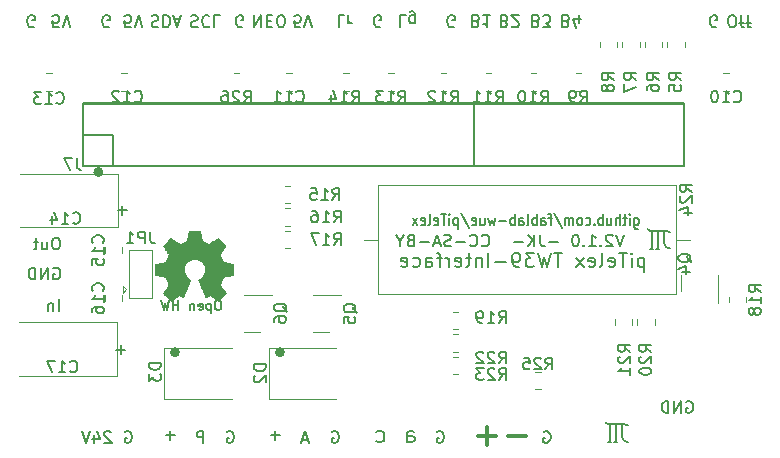
<source format=gbr>
%TF.GenerationSoftware,KiCad,Pcbnew,(6.0.9)*%
%TF.CreationDate,2023-02-09T17:36:23+01:00*%
%TF.ProjectId,piTelex_TW39_2.1.0,70695465-6c65-4785-9f54-5733395f322e,V2.1.0 -JK-*%
%TF.SameCoordinates,Original*%
%TF.FileFunction,Legend,Bot*%
%TF.FilePolarity,Positive*%
%FSLAX46Y46*%
G04 Gerber Fmt 4.6, Leading zero omitted, Abs format (unit mm)*
G04 Created by KiCad (PCBNEW (6.0.9)) date 2023-02-09 17:36:23*
%MOMM*%
%LPD*%
G01*
G04 APERTURE LIST*
%ADD10C,0.150000*%
%ADD11C,0.200000*%
%ADD12C,0.434210*%
%ADD13C,0.300000*%
%ADD14C,0.010000*%
%ADD15C,0.120000*%
G04 APERTURE END LIST*
D10*
X118567809Y-117539904D02*
X118415428Y-117539904D01*
X118339238Y-117578000D01*
X118263047Y-117654190D01*
X118224952Y-117806571D01*
X118224952Y-118073238D01*
X118263047Y-118225619D01*
X118339238Y-118301809D01*
X118415428Y-118339904D01*
X118567809Y-118339904D01*
X118644000Y-118301809D01*
X118720190Y-118225619D01*
X118758285Y-118073238D01*
X118758285Y-117806571D01*
X118720190Y-117654190D01*
X118644000Y-117578000D01*
X118567809Y-117539904D01*
X117882095Y-117806571D02*
X117882095Y-118606571D01*
X117882095Y-117844666D02*
X117805904Y-117806571D01*
X117653523Y-117806571D01*
X117577333Y-117844666D01*
X117539238Y-117882761D01*
X117501142Y-117958952D01*
X117501142Y-118187523D01*
X117539238Y-118263714D01*
X117577333Y-118301809D01*
X117653523Y-118339904D01*
X117805904Y-118339904D01*
X117882095Y-118301809D01*
X116853523Y-118301809D02*
X116929714Y-118339904D01*
X117082095Y-118339904D01*
X117158285Y-118301809D01*
X117196380Y-118225619D01*
X117196380Y-117920857D01*
X117158285Y-117844666D01*
X117082095Y-117806571D01*
X116929714Y-117806571D01*
X116853523Y-117844666D01*
X116815428Y-117920857D01*
X116815428Y-117997047D01*
X117196380Y-118073238D01*
X116472571Y-117806571D02*
X116472571Y-118339904D01*
X116472571Y-117882761D02*
X116434476Y-117844666D01*
X116358285Y-117806571D01*
X116244000Y-117806571D01*
X116167809Y-117844666D01*
X116129714Y-117920857D01*
X116129714Y-118339904D01*
X115139238Y-118339904D02*
X115139238Y-117539904D01*
X115139238Y-117920857D02*
X114682095Y-117920857D01*
X114682095Y-118339904D02*
X114682095Y-117539904D01*
X114377333Y-117539904D02*
X114186857Y-118339904D01*
X114034476Y-117768476D01*
X113882095Y-118339904D01*
X113691619Y-117539904D01*
X152859095Y-111969380D02*
X152525761Y-112969380D01*
X152192428Y-111969380D01*
X151906714Y-112064619D02*
X151859095Y-112017000D01*
X151763857Y-111969380D01*
X151525761Y-111969380D01*
X151430523Y-112017000D01*
X151382904Y-112064619D01*
X151335285Y-112159857D01*
X151335285Y-112255095D01*
X151382904Y-112397952D01*
X151954333Y-112969380D01*
X151335285Y-112969380D01*
X150906714Y-112874142D02*
X150859095Y-112921761D01*
X150906714Y-112969380D01*
X150954333Y-112921761D01*
X150906714Y-112874142D01*
X150906714Y-112969380D01*
X149906714Y-112969380D02*
X150478142Y-112969380D01*
X150192428Y-112969380D02*
X150192428Y-111969380D01*
X150287666Y-112112238D01*
X150382904Y-112207476D01*
X150478142Y-112255095D01*
X149478142Y-112874142D02*
X149430523Y-112921761D01*
X149478142Y-112969380D01*
X149525761Y-112921761D01*
X149478142Y-112874142D01*
X149478142Y-112969380D01*
X148811476Y-111969380D02*
X148716238Y-111969380D01*
X148621000Y-112017000D01*
X148573380Y-112064619D01*
X148525761Y-112159857D01*
X148478142Y-112350333D01*
X148478142Y-112588428D01*
X148525761Y-112778904D01*
X148573380Y-112874142D01*
X148621000Y-112921761D01*
X148716238Y-112969380D01*
X148811476Y-112969380D01*
X148906714Y-112921761D01*
X148954333Y-112874142D01*
X149001952Y-112778904D01*
X149049571Y-112588428D01*
X149049571Y-112350333D01*
X149001952Y-112159857D01*
X148954333Y-112064619D01*
X148906714Y-112017000D01*
X148811476Y-111969380D01*
X147287666Y-112588428D02*
X146525761Y-112588428D01*
X145763857Y-111969380D02*
X145763857Y-112683666D01*
X145811476Y-112826523D01*
X145906714Y-112921761D01*
X146049571Y-112969380D01*
X146144809Y-112969380D01*
X145287666Y-112969380D02*
X145287666Y-111969380D01*
X144716238Y-112969380D02*
X145144809Y-112397952D01*
X144716238Y-111969380D02*
X145287666Y-112540809D01*
X144287666Y-112588428D02*
X143525761Y-112588428D01*
D11*
X154596714Y-113910857D02*
X154596714Y-115110857D01*
X154596714Y-113968000D02*
X154482428Y-113910857D01*
X154253857Y-113910857D01*
X154139571Y-113968000D01*
X154082428Y-114025142D01*
X154025285Y-114139428D01*
X154025285Y-114482285D01*
X154082428Y-114596571D01*
X154139571Y-114653714D01*
X154253857Y-114710857D01*
X154482428Y-114710857D01*
X154596714Y-114653714D01*
X153511000Y-114710857D02*
X153511000Y-113910857D01*
X153511000Y-113510857D02*
X153568142Y-113568000D01*
X153511000Y-113625142D01*
X153453857Y-113568000D01*
X153511000Y-113510857D01*
X153511000Y-113625142D01*
X153111000Y-113510857D02*
X152425285Y-113510857D01*
X152768142Y-114710857D02*
X152768142Y-113510857D01*
X151568142Y-114653714D02*
X151682428Y-114710857D01*
X151911000Y-114710857D01*
X152025285Y-114653714D01*
X152082428Y-114539428D01*
X152082428Y-114082285D01*
X152025285Y-113968000D01*
X151911000Y-113910857D01*
X151682428Y-113910857D01*
X151568142Y-113968000D01*
X151511000Y-114082285D01*
X151511000Y-114196571D01*
X152082428Y-114310857D01*
X150825285Y-114710857D02*
X150939571Y-114653714D01*
X150996714Y-114539428D01*
X150996714Y-113510857D01*
X149911000Y-114653714D02*
X150025285Y-114710857D01*
X150253857Y-114710857D01*
X150368142Y-114653714D01*
X150425285Y-114539428D01*
X150425285Y-114082285D01*
X150368142Y-113968000D01*
X150253857Y-113910857D01*
X150025285Y-113910857D01*
X149911000Y-113968000D01*
X149853857Y-114082285D01*
X149853857Y-114196571D01*
X150425285Y-114310857D01*
X149453857Y-114710857D02*
X148825285Y-113910857D01*
X149453857Y-113910857D02*
X148825285Y-114710857D01*
X147625285Y-113510857D02*
X146939571Y-113510857D01*
X147282428Y-114710857D02*
X147282428Y-113510857D01*
X146653857Y-113510857D02*
X146368142Y-114710857D01*
X146139571Y-113853714D01*
X145911000Y-114710857D01*
X145625285Y-113510857D01*
X145282428Y-113510857D02*
X144539571Y-113510857D01*
X144939571Y-113968000D01*
X144768142Y-113968000D01*
X144653857Y-114025142D01*
X144596714Y-114082285D01*
X144539571Y-114196571D01*
X144539571Y-114482285D01*
X144596714Y-114596571D01*
X144653857Y-114653714D01*
X144768142Y-114710857D01*
X145111000Y-114710857D01*
X145225285Y-114653714D01*
X145282428Y-114596571D01*
X143968142Y-114710857D02*
X143739571Y-114710857D01*
X143625285Y-114653714D01*
X143568142Y-114596571D01*
X143453857Y-114425142D01*
X143396714Y-114196571D01*
X143396714Y-113739428D01*
X143453857Y-113625142D01*
X143511000Y-113568000D01*
X143625285Y-113510857D01*
X143853857Y-113510857D01*
X143968142Y-113568000D01*
X144025285Y-113625142D01*
X144082428Y-113739428D01*
X144082428Y-114025142D01*
X144025285Y-114139428D01*
X143968142Y-114196571D01*
X143853857Y-114253714D01*
X143625285Y-114253714D01*
X143511000Y-114196571D01*
X143453857Y-114139428D01*
X143396714Y-114025142D01*
X142882428Y-114253714D02*
X141968142Y-114253714D01*
X141396714Y-114710857D02*
X141396714Y-113510857D01*
X140825285Y-113910857D02*
X140825285Y-114710857D01*
X140825285Y-114025142D02*
X140768142Y-113968000D01*
X140653857Y-113910857D01*
X140482428Y-113910857D01*
X140368142Y-113968000D01*
X140311000Y-114082285D01*
X140311000Y-114710857D01*
X139911000Y-113910857D02*
X139453857Y-113910857D01*
X139739571Y-113510857D02*
X139739571Y-114539428D01*
X139682428Y-114653714D01*
X139568142Y-114710857D01*
X139453857Y-114710857D01*
X138596714Y-114653714D02*
X138711000Y-114710857D01*
X138939571Y-114710857D01*
X139053857Y-114653714D01*
X139111000Y-114539428D01*
X139111000Y-114082285D01*
X139053857Y-113968000D01*
X138939571Y-113910857D01*
X138711000Y-113910857D01*
X138596714Y-113968000D01*
X138539571Y-114082285D01*
X138539571Y-114196571D01*
X139111000Y-114310857D01*
X138025285Y-114710857D02*
X138025285Y-113910857D01*
X138025285Y-114139428D02*
X137968142Y-114025142D01*
X137911000Y-113968000D01*
X137796714Y-113910857D01*
X137682428Y-113910857D01*
X137453857Y-113910857D02*
X136996714Y-113910857D01*
X137282428Y-114710857D02*
X137282428Y-113682285D01*
X137225285Y-113568000D01*
X137111000Y-113510857D01*
X136996714Y-113510857D01*
X136082428Y-114710857D02*
X136082428Y-114082285D01*
X136139571Y-113968000D01*
X136253857Y-113910857D01*
X136482428Y-113910857D01*
X136596714Y-113968000D01*
X136082428Y-114653714D02*
X136196714Y-114710857D01*
X136482428Y-114710857D01*
X136596714Y-114653714D01*
X136653857Y-114539428D01*
X136653857Y-114425142D01*
X136596714Y-114310857D01*
X136482428Y-114253714D01*
X136196714Y-114253714D01*
X136082428Y-114196571D01*
X134996714Y-114653714D02*
X135111000Y-114710857D01*
X135339571Y-114710857D01*
X135453857Y-114653714D01*
X135511000Y-114596571D01*
X135568142Y-114482285D01*
X135568142Y-114139428D01*
X135511000Y-114025142D01*
X135453857Y-113968000D01*
X135339571Y-113910857D01*
X135111000Y-113910857D01*
X134996714Y-113968000D01*
X134025285Y-114653714D02*
X134139571Y-114710857D01*
X134368142Y-114710857D01*
X134482428Y-114653714D01*
X134539571Y-114539428D01*
X134539571Y-114082285D01*
X134482428Y-113968000D01*
X134368142Y-113910857D01*
X134139571Y-113910857D01*
X134025285Y-113968000D01*
X133968142Y-114082285D01*
X133968142Y-114196571D01*
X134539571Y-114310857D01*
D10*
X153745952Y-110524714D02*
X153745952Y-111334238D01*
X153784047Y-111429476D01*
X153822142Y-111477095D01*
X153898333Y-111524714D01*
X154012619Y-111524714D01*
X154088809Y-111477095D01*
X153745952Y-111143761D02*
X153822142Y-111191380D01*
X153974523Y-111191380D01*
X154050714Y-111143761D01*
X154088809Y-111096142D01*
X154126904Y-111000904D01*
X154126904Y-110715190D01*
X154088809Y-110619952D01*
X154050714Y-110572333D01*
X153974523Y-110524714D01*
X153822142Y-110524714D01*
X153745952Y-110572333D01*
X153365000Y-111191380D02*
X153365000Y-110524714D01*
X153365000Y-110191380D02*
X153403095Y-110239000D01*
X153365000Y-110286619D01*
X153326904Y-110239000D01*
X153365000Y-110191380D01*
X153365000Y-110286619D01*
X153098333Y-110524714D02*
X152793571Y-110524714D01*
X152984047Y-110191380D02*
X152984047Y-111048523D01*
X152945952Y-111143761D01*
X152869761Y-111191380D01*
X152793571Y-111191380D01*
X152526904Y-111191380D02*
X152526904Y-110191380D01*
X152184047Y-111191380D02*
X152184047Y-110667571D01*
X152222142Y-110572333D01*
X152298333Y-110524714D01*
X152412619Y-110524714D01*
X152488809Y-110572333D01*
X152526904Y-110619952D01*
X151460238Y-110524714D02*
X151460238Y-111191380D01*
X151803095Y-110524714D02*
X151803095Y-111048523D01*
X151765000Y-111143761D01*
X151688809Y-111191380D01*
X151574523Y-111191380D01*
X151498333Y-111143761D01*
X151460238Y-111096142D01*
X151079285Y-111191380D02*
X151079285Y-110191380D01*
X151079285Y-110572333D02*
X151003095Y-110524714D01*
X150850714Y-110524714D01*
X150774523Y-110572333D01*
X150736428Y-110619952D01*
X150698333Y-110715190D01*
X150698333Y-111000904D01*
X150736428Y-111096142D01*
X150774523Y-111143761D01*
X150850714Y-111191380D01*
X151003095Y-111191380D01*
X151079285Y-111143761D01*
X150355476Y-111096142D02*
X150317380Y-111143761D01*
X150355476Y-111191380D01*
X150393571Y-111143761D01*
X150355476Y-111096142D01*
X150355476Y-111191380D01*
X149631666Y-111143761D02*
X149707857Y-111191380D01*
X149860238Y-111191380D01*
X149936428Y-111143761D01*
X149974523Y-111096142D01*
X150012619Y-111000904D01*
X150012619Y-110715190D01*
X149974523Y-110619952D01*
X149936428Y-110572333D01*
X149860238Y-110524714D01*
X149707857Y-110524714D01*
X149631666Y-110572333D01*
X149174523Y-111191380D02*
X149250714Y-111143761D01*
X149288809Y-111096142D01*
X149326904Y-111000904D01*
X149326904Y-110715190D01*
X149288809Y-110619952D01*
X149250714Y-110572333D01*
X149174523Y-110524714D01*
X149060238Y-110524714D01*
X148984047Y-110572333D01*
X148945952Y-110619952D01*
X148907857Y-110715190D01*
X148907857Y-111000904D01*
X148945952Y-111096142D01*
X148984047Y-111143761D01*
X149060238Y-111191380D01*
X149174523Y-111191380D01*
X148565000Y-111191380D02*
X148565000Y-110524714D01*
X148565000Y-110619952D02*
X148526904Y-110572333D01*
X148450714Y-110524714D01*
X148336428Y-110524714D01*
X148260238Y-110572333D01*
X148222142Y-110667571D01*
X148222142Y-111191380D01*
X148222142Y-110667571D02*
X148184047Y-110572333D01*
X148107857Y-110524714D01*
X147993571Y-110524714D01*
X147917380Y-110572333D01*
X147879285Y-110667571D01*
X147879285Y-111191380D01*
X146926904Y-110143761D02*
X147612619Y-111429476D01*
X146774523Y-110524714D02*
X146469761Y-110524714D01*
X146660238Y-111191380D02*
X146660238Y-110334238D01*
X146622142Y-110239000D01*
X146545952Y-110191380D01*
X146469761Y-110191380D01*
X145860238Y-111191380D02*
X145860238Y-110667571D01*
X145898333Y-110572333D01*
X145974523Y-110524714D01*
X146126904Y-110524714D01*
X146203095Y-110572333D01*
X145860238Y-111143761D02*
X145936428Y-111191380D01*
X146126904Y-111191380D01*
X146203095Y-111143761D01*
X146241190Y-111048523D01*
X146241190Y-110953285D01*
X146203095Y-110858047D01*
X146126904Y-110810428D01*
X145936428Y-110810428D01*
X145860238Y-110762809D01*
X145479285Y-111191380D02*
X145479285Y-110191380D01*
X145479285Y-110572333D02*
X145403095Y-110524714D01*
X145250714Y-110524714D01*
X145174523Y-110572333D01*
X145136428Y-110619952D01*
X145098333Y-110715190D01*
X145098333Y-111000904D01*
X145136428Y-111096142D01*
X145174523Y-111143761D01*
X145250714Y-111191380D01*
X145403095Y-111191380D01*
X145479285Y-111143761D01*
X144641190Y-111191380D02*
X144717380Y-111143761D01*
X144755476Y-111048523D01*
X144755476Y-110191380D01*
X143993571Y-111191380D02*
X143993571Y-110667571D01*
X144031666Y-110572333D01*
X144107857Y-110524714D01*
X144260238Y-110524714D01*
X144336428Y-110572333D01*
X143993571Y-111143761D02*
X144069761Y-111191380D01*
X144260238Y-111191380D01*
X144336428Y-111143761D01*
X144374523Y-111048523D01*
X144374523Y-110953285D01*
X144336428Y-110858047D01*
X144260238Y-110810428D01*
X144069761Y-110810428D01*
X143993571Y-110762809D01*
X143612619Y-111191380D02*
X143612619Y-110191380D01*
X143612619Y-110572333D02*
X143536428Y-110524714D01*
X143384047Y-110524714D01*
X143307857Y-110572333D01*
X143269761Y-110619952D01*
X143231666Y-110715190D01*
X143231666Y-111000904D01*
X143269761Y-111096142D01*
X143307857Y-111143761D01*
X143384047Y-111191380D01*
X143536428Y-111191380D01*
X143612619Y-111143761D01*
X142888809Y-110810428D02*
X142279285Y-110810428D01*
X141974523Y-110524714D02*
X141822142Y-111191380D01*
X141669761Y-110715190D01*
X141517380Y-111191380D01*
X141365000Y-110524714D01*
X140717380Y-110524714D02*
X140717380Y-111191380D01*
X141060238Y-110524714D02*
X141060238Y-111048523D01*
X141022142Y-111143761D01*
X140945952Y-111191380D01*
X140831666Y-111191380D01*
X140755476Y-111143761D01*
X140717380Y-111096142D01*
X140031666Y-111143761D02*
X140107857Y-111191380D01*
X140260238Y-111191380D01*
X140336428Y-111143761D01*
X140374523Y-111048523D01*
X140374523Y-110667571D01*
X140336428Y-110572333D01*
X140260238Y-110524714D01*
X140107857Y-110524714D01*
X140031666Y-110572333D01*
X139993571Y-110667571D01*
X139993571Y-110762809D01*
X140374523Y-110858047D01*
X139079285Y-110143761D02*
X139765000Y-111429476D01*
X138812619Y-110524714D02*
X138812619Y-111524714D01*
X138812619Y-110572333D02*
X138736428Y-110524714D01*
X138584047Y-110524714D01*
X138507857Y-110572333D01*
X138469761Y-110619952D01*
X138431666Y-110715190D01*
X138431666Y-111000904D01*
X138469761Y-111096142D01*
X138507857Y-111143761D01*
X138584047Y-111191380D01*
X138736428Y-111191380D01*
X138812619Y-111143761D01*
X138088809Y-111191380D02*
X138088809Y-110524714D01*
X138088809Y-110191380D02*
X138126904Y-110239000D01*
X138088809Y-110286619D01*
X138050714Y-110239000D01*
X138088809Y-110191380D01*
X138088809Y-110286619D01*
X137822142Y-110191380D02*
X137365000Y-110191380D01*
X137593571Y-111191380D02*
X137593571Y-110191380D01*
X136793571Y-111143761D02*
X136869761Y-111191380D01*
X137022142Y-111191380D01*
X137098333Y-111143761D01*
X137136428Y-111048523D01*
X137136428Y-110667571D01*
X137098333Y-110572333D01*
X137022142Y-110524714D01*
X136869761Y-110524714D01*
X136793571Y-110572333D01*
X136755476Y-110667571D01*
X136755476Y-110762809D01*
X137136428Y-110858047D01*
X136298333Y-111191380D02*
X136374523Y-111143761D01*
X136412619Y-111048523D01*
X136412619Y-110191380D01*
X135688809Y-111143761D02*
X135765000Y-111191380D01*
X135917380Y-111191380D01*
X135993571Y-111143761D01*
X136031666Y-111048523D01*
X136031666Y-110667571D01*
X135993571Y-110572333D01*
X135917380Y-110524714D01*
X135765000Y-110524714D01*
X135688809Y-110572333D01*
X135650714Y-110667571D01*
X135650714Y-110762809D01*
X136031666Y-110858047D01*
X135384047Y-111191380D02*
X134965000Y-110524714D01*
X135384047Y-110524714D02*
X134965000Y-111191380D01*
X140841904Y-112874142D02*
X140889523Y-112921761D01*
X141032380Y-112969380D01*
X141127619Y-112969380D01*
X141270476Y-112921761D01*
X141365714Y-112826523D01*
X141413333Y-112731285D01*
X141460952Y-112540809D01*
X141460952Y-112397952D01*
X141413333Y-112207476D01*
X141365714Y-112112238D01*
X141270476Y-112017000D01*
X141127619Y-111969380D01*
X141032380Y-111969380D01*
X140889523Y-112017000D01*
X140841904Y-112064619D01*
X139841904Y-112874142D02*
X139889523Y-112921761D01*
X140032380Y-112969380D01*
X140127619Y-112969380D01*
X140270476Y-112921761D01*
X140365714Y-112826523D01*
X140413333Y-112731285D01*
X140460952Y-112540809D01*
X140460952Y-112397952D01*
X140413333Y-112207476D01*
X140365714Y-112112238D01*
X140270476Y-112017000D01*
X140127619Y-111969380D01*
X140032380Y-111969380D01*
X139889523Y-112017000D01*
X139841904Y-112064619D01*
X139413333Y-112588428D02*
X138651428Y-112588428D01*
X138222857Y-112921761D02*
X138080000Y-112969380D01*
X137841904Y-112969380D01*
X137746666Y-112921761D01*
X137699047Y-112874142D01*
X137651428Y-112778904D01*
X137651428Y-112683666D01*
X137699047Y-112588428D01*
X137746666Y-112540809D01*
X137841904Y-112493190D01*
X138032380Y-112445571D01*
X138127619Y-112397952D01*
X138175238Y-112350333D01*
X138222857Y-112255095D01*
X138222857Y-112159857D01*
X138175238Y-112064619D01*
X138127619Y-112017000D01*
X138032380Y-111969380D01*
X137794285Y-111969380D01*
X137651428Y-112017000D01*
X137270476Y-112683666D02*
X136794285Y-112683666D01*
X137365714Y-112969380D02*
X137032380Y-111969380D01*
X136699047Y-112969380D01*
X136365714Y-112588428D02*
X135603809Y-112588428D01*
X134794285Y-112445571D02*
X134651428Y-112493190D01*
X134603809Y-112540809D01*
X134556190Y-112636047D01*
X134556190Y-112778904D01*
X134603809Y-112874142D01*
X134651428Y-112921761D01*
X134746666Y-112969380D01*
X135127619Y-112969380D01*
X135127619Y-111969380D01*
X134794285Y-111969380D01*
X134699047Y-112017000D01*
X134651428Y-112064619D01*
X134603809Y-112159857D01*
X134603809Y-112255095D01*
X134651428Y-112350333D01*
X134699047Y-112397952D01*
X134794285Y-112445571D01*
X135127619Y-112445571D01*
X133937142Y-112493190D02*
X133937142Y-112969380D01*
X134270476Y-111969380D02*
X133937142Y-112493190D01*
X133603809Y-111969380D01*
X110782952Y-109921428D02*
X110021047Y-109921428D01*
X110402000Y-110302380D02*
X110402000Y-109540476D01*
X110655952Y-121732428D02*
X109894047Y-121732428D01*
X110275000Y-122113380D02*
X110275000Y-121351476D01*
D12*
X123954105Y-121915000D02*
G75*
G03*
X123954105Y-121915000I-217105J0D01*
G01*
X115064105Y-121915000D02*
G75*
G03*
X115064105Y-121915000I-217105J0D01*
G01*
X108587105Y-106675000D02*
G75*
G03*
X108587105Y-106675000I-217105J0D01*
G01*
D10*
X158153904Y-126114000D02*
X158249142Y-126066380D01*
X158392000Y-126066380D01*
X158534857Y-126114000D01*
X158630095Y-126209238D01*
X158677714Y-126304476D01*
X158725333Y-126494952D01*
X158725333Y-126637809D01*
X158677714Y-126828285D01*
X158630095Y-126923523D01*
X158534857Y-127018761D01*
X158392000Y-127066380D01*
X158296761Y-127066380D01*
X158153904Y-127018761D01*
X158106285Y-126971142D01*
X158106285Y-126637809D01*
X158296761Y-126637809D01*
X157677714Y-127066380D02*
X157677714Y-126066380D01*
X157106285Y-127066380D01*
X157106285Y-126066380D01*
X156630095Y-127066380D02*
X156630095Y-126066380D01*
X156392000Y-126066380D01*
X156249142Y-126114000D01*
X156153904Y-126209238D01*
X156106285Y-126304476D01*
X156058666Y-126494952D01*
X156058666Y-126637809D01*
X156106285Y-126828285D01*
X156153904Y-126923523D01*
X156249142Y-127018761D01*
X156392000Y-127066380D01*
X156630095Y-127066380D01*
X152693000Y-128011000D02*
X152693000Y-129027000D01*
X152693000Y-129027000D02*
G75*
G03*
X153201000Y-129535000I508000J0D01*
G01*
X151677000Y-129535000D02*
X151677000Y-128011000D01*
X152185000Y-129535000D02*
X152185000Y-128011000D01*
X151550000Y-128011000D02*
X152820000Y-128011000D01*
X151296000Y-127884000D02*
G75*
G03*
X151550000Y-128011000I248971J180442D01*
G01*
X151550000Y-129535000D02*
X151804000Y-129535000D01*
X152058000Y-129535000D02*
X152312000Y-129535000D01*
X153201000Y-128138000D02*
G75*
G03*
X152820000Y-128011000I-371097J-478291D01*
G01*
X156249000Y-111628000D02*
X156249000Y-112644000D01*
X156249000Y-112644000D02*
G75*
G03*
X156757000Y-113152000I508000J0D01*
G01*
X155233000Y-113152000D02*
X155233000Y-111628000D01*
X155741000Y-113152000D02*
X155741000Y-111628000D01*
X155106000Y-111628000D02*
X156376000Y-111628000D01*
X155106000Y-113152000D02*
X155360000Y-113152000D01*
X154852000Y-111501000D02*
G75*
G03*
X155106000Y-111628000I248971J180442D01*
G01*
X155614000Y-113152000D02*
X155868000Y-113152000D01*
X156757000Y-111755000D02*
G75*
G03*
X156376000Y-111628000I-371097J-478291D01*
G01*
X104559904Y-114811000D02*
X104655142Y-114763380D01*
X104798000Y-114763380D01*
X104940857Y-114811000D01*
X105036095Y-114906238D01*
X105083714Y-115001476D01*
X105131333Y-115191952D01*
X105131333Y-115334809D01*
X105083714Y-115525285D01*
X105036095Y-115620523D01*
X104940857Y-115715761D01*
X104798000Y-115763380D01*
X104702761Y-115763380D01*
X104559904Y-115715761D01*
X104512285Y-115668142D01*
X104512285Y-115334809D01*
X104702761Y-115334809D01*
X104083714Y-115763380D02*
X104083714Y-114763380D01*
X103512285Y-115763380D01*
X103512285Y-114763380D01*
X103036095Y-115763380D02*
X103036095Y-114763380D01*
X102798000Y-114763380D01*
X102655142Y-114811000D01*
X102559904Y-114906238D01*
X102512285Y-115001476D01*
X102464666Y-115191952D01*
X102464666Y-115334809D01*
X102512285Y-115525285D01*
X102559904Y-115620523D01*
X102655142Y-115715761D01*
X102798000Y-115763380D01*
X103036095Y-115763380D01*
X104885333Y-112223380D02*
X104694857Y-112223380D01*
X104599619Y-112271000D01*
X104504380Y-112366238D01*
X104456761Y-112556714D01*
X104456761Y-112890047D01*
X104504380Y-113080523D01*
X104599619Y-113175761D01*
X104694857Y-113223380D01*
X104885333Y-113223380D01*
X104980571Y-113175761D01*
X105075809Y-113080523D01*
X105123428Y-112890047D01*
X105123428Y-112556714D01*
X105075809Y-112366238D01*
X104980571Y-112271000D01*
X104885333Y-112223380D01*
X103599619Y-112556714D02*
X103599619Y-113223380D01*
X104028190Y-112556714D02*
X104028190Y-113080523D01*
X103980571Y-113175761D01*
X103885333Y-113223380D01*
X103742476Y-113223380D01*
X103647238Y-113175761D01*
X103599619Y-113128142D01*
X103266285Y-112556714D02*
X102885333Y-112556714D01*
X103123428Y-112223380D02*
X103123428Y-113080523D01*
X103075809Y-113175761D01*
X102980571Y-113223380D01*
X102885333Y-113223380D01*
X105012380Y-118430380D02*
X105012380Y-117430380D01*
X104536190Y-117763714D02*
X104536190Y-118430380D01*
X104536190Y-117858952D02*
X104488571Y-117811333D01*
X104393333Y-117763714D01*
X104250476Y-117763714D01*
X104155238Y-117811333D01*
X104107619Y-117906571D01*
X104107619Y-118430380D01*
X140208000Y-100838000D02*
X140208000Y-106045000D01*
X125451523Y-94395619D02*
X124975333Y-94395619D01*
X124927714Y-93919428D01*
X124975333Y-93967047D01*
X125070571Y-94014666D01*
X125308666Y-94014666D01*
X125403904Y-93967047D01*
X125451523Y-93919428D01*
X125499142Y-93824190D01*
X125499142Y-93586095D01*
X125451523Y-93490857D01*
X125403904Y-93443238D01*
X125308666Y-93395619D01*
X125070571Y-93395619D01*
X124975333Y-93443238D01*
X124927714Y-93490857D01*
X125784857Y-94395619D02*
X126118190Y-93395619D01*
X126451523Y-94395619D01*
X111100523Y-94395619D02*
X110624333Y-94395619D01*
X110576714Y-93919428D01*
X110624333Y-93967047D01*
X110719571Y-94014666D01*
X110957666Y-94014666D01*
X111052904Y-93967047D01*
X111100523Y-93919428D01*
X111148142Y-93824190D01*
X111148142Y-93586095D01*
X111100523Y-93490857D01*
X111052904Y-93443238D01*
X110957666Y-93395619D01*
X110719571Y-93395619D01*
X110624333Y-93443238D01*
X110576714Y-93490857D01*
X111433857Y-94395619D02*
X111767190Y-93395619D01*
X112100523Y-94395619D01*
X102916904Y-94348000D02*
X102821666Y-94395619D01*
X102678809Y-94395619D01*
X102535952Y-94348000D01*
X102440714Y-94252761D01*
X102393095Y-94157523D01*
X102345476Y-93967047D01*
X102345476Y-93824190D01*
X102393095Y-93633714D01*
X102440714Y-93538476D01*
X102535952Y-93443238D01*
X102678809Y-93395619D01*
X102774047Y-93395619D01*
X102916904Y-93443238D01*
X102964523Y-93490857D01*
X102964523Y-93824190D01*
X102774047Y-93824190D01*
X109266904Y-94348000D02*
X109171666Y-94395619D01*
X109028809Y-94395619D01*
X108885952Y-94348000D01*
X108790714Y-94252761D01*
X108743095Y-94157523D01*
X108695476Y-93967047D01*
X108695476Y-93824190D01*
X108743095Y-93633714D01*
X108790714Y-93538476D01*
X108885952Y-93443238D01*
X109028809Y-93395619D01*
X109124047Y-93395619D01*
X109266904Y-93443238D01*
X109314523Y-93490857D01*
X109314523Y-93824190D01*
X109124047Y-93824190D01*
X120569904Y-94348000D02*
X120474666Y-94395619D01*
X120331809Y-94395619D01*
X120188952Y-94348000D01*
X120093714Y-94252761D01*
X120046095Y-94157523D01*
X119998476Y-93967047D01*
X119998476Y-93824190D01*
X120046095Y-93633714D01*
X120093714Y-93538476D01*
X120188952Y-93443238D01*
X120331809Y-93395619D01*
X120427047Y-93395619D01*
X120569904Y-93443238D01*
X120617523Y-93490857D01*
X120617523Y-93824190D01*
X120427047Y-93824190D01*
X132253904Y-94348000D02*
X132158666Y-94395619D01*
X132015809Y-94395619D01*
X131872952Y-94348000D01*
X131777714Y-94252761D01*
X131730095Y-94157523D01*
X131682476Y-93967047D01*
X131682476Y-93824190D01*
X131730095Y-93633714D01*
X131777714Y-93538476D01*
X131872952Y-93443238D01*
X132015809Y-93395619D01*
X132111047Y-93395619D01*
X132253904Y-93443238D01*
X132301523Y-93490857D01*
X132301523Y-93824190D01*
X132111047Y-93824190D01*
X138476904Y-94348000D02*
X138381666Y-94395619D01*
X138238809Y-94395619D01*
X138095952Y-94348000D01*
X138000714Y-94252761D01*
X137953095Y-94157523D01*
X137905476Y-93967047D01*
X137905476Y-93824190D01*
X137953095Y-93633714D01*
X138000714Y-93538476D01*
X138095952Y-93443238D01*
X138238809Y-93395619D01*
X138334047Y-93395619D01*
X138476904Y-93443238D01*
X138524523Y-93490857D01*
X138524523Y-93824190D01*
X138334047Y-93824190D01*
X123736952Y-128971428D02*
X122975047Y-128971428D01*
X123356000Y-129352380D02*
X123356000Y-128590476D01*
X110648095Y-128654000D02*
X110743333Y-128606380D01*
X110886190Y-128606380D01*
X111029047Y-128654000D01*
X111124285Y-128749238D01*
X111171904Y-128844476D01*
X111219523Y-129034952D01*
X111219523Y-129177809D01*
X111171904Y-129368285D01*
X111124285Y-129463523D01*
X111029047Y-129558761D01*
X110886190Y-129606380D01*
X110790952Y-129606380D01*
X110648095Y-129558761D01*
X110600476Y-129511142D01*
X110600476Y-129177809D01*
X110790952Y-129177809D01*
X119284095Y-128654000D02*
X119379333Y-128606380D01*
X119522190Y-128606380D01*
X119665047Y-128654000D01*
X119760285Y-128749238D01*
X119807904Y-128844476D01*
X119855523Y-129034952D01*
X119855523Y-129177809D01*
X119807904Y-129368285D01*
X119760285Y-129463523D01*
X119665047Y-129558761D01*
X119522190Y-129606380D01*
X119426952Y-129606380D01*
X119284095Y-129558761D01*
X119236476Y-129511142D01*
X119236476Y-129177809D01*
X119426952Y-129177809D01*
X146081095Y-128654000D02*
X146176333Y-128606380D01*
X146319190Y-128606380D01*
X146462047Y-128654000D01*
X146557285Y-128749238D01*
X146604904Y-128844476D01*
X146652523Y-129034952D01*
X146652523Y-129177809D01*
X146604904Y-129368285D01*
X146557285Y-129463523D01*
X146462047Y-129558761D01*
X146319190Y-129606380D01*
X146223952Y-129606380D01*
X146081095Y-129558761D01*
X146033476Y-129511142D01*
X146033476Y-129177809D01*
X146223952Y-129177809D01*
X137064095Y-128654000D02*
X137159333Y-128606380D01*
X137302190Y-128606380D01*
X137445047Y-128654000D01*
X137540285Y-128749238D01*
X137587904Y-128844476D01*
X137635523Y-129034952D01*
X137635523Y-129177809D01*
X137587904Y-129368285D01*
X137540285Y-129463523D01*
X137445047Y-129558761D01*
X137302190Y-129606380D01*
X137206952Y-129606380D01*
X137064095Y-129558761D01*
X137016476Y-129511142D01*
X137016476Y-129177809D01*
X137206952Y-129177809D01*
X140208000Y-100838000D02*
X140208000Y-106045000D01*
X107061000Y-100838000D02*
X157988000Y-100838000D01*
X157988000Y-100838000D02*
X157988000Y-106172000D01*
X157988000Y-106172000D02*
X107061000Y-106172000D01*
X107061000Y-106172000D02*
X107061000Y-100838000D01*
X107061000Y-103505000D02*
X109601000Y-103505000D01*
X109601000Y-103505000D02*
X109601000Y-106172000D01*
X114846952Y-128971428D02*
X114085047Y-128971428D01*
X114466000Y-129352380D02*
X114466000Y-128590476D01*
X117267904Y-129606380D02*
X117267904Y-128606380D01*
X116886952Y-128606380D01*
X116791714Y-128654000D01*
X116744095Y-128701619D01*
X116696476Y-128796857D01*
X116696476Y-128939714D01*
X116744095Y-129034952D01*
X116791714Y-129082571D01*
X116886952Y-129130190D01*
X117267904Y-129130190D01*
X160701904Y-94348000D02*
X160606666Y-94395619D01*
X160463809Y-94395619D01*
X160320952Y-94348000D01*
X160225714Y-94252761D01*
X160178095Y-94157523D01*
X160130476Y-93967047D01*
X160130476Y-93824190D01*
X160178095Y-93633714D01*
X160225714Y-93538476D01*
X160320952Y-93443238D01*
X160463809Y-93395619D01*
X160559047Y-93395619D01*
X160701904Y-93443238D01*
X160749523Y-93490857D01*
X160749523Y-93824190D01*
X160559047Y-93824190D01*
X112870714Y-93443238D02*
X113013571Y-93395619D01*
X113251666Y-93395619D01*
X113346904Y-93443238D01*
X113394523Y-93490857D01*
X113442142Y-93586095D01*
X113442142Y-93681333D01*
X113394523Y-93776571D01*
X113346904Y-93824190D01*
X113251666Y-93871809D01*
X113061190Y-93919428D01*
X112965952Y-93967047D01*
X112918333Y-94014666D01*
X112870714Y-94109904D01*
X112870714Y-94205142D01*
X112918333Y-94300380D01*
X112965952Y-94348000D01*
X113061190Y-94395619D01*
X113299285Y-94395619D01*
X113442142Y-94348000D01*
X113870714Y-93395619D02*
X113870714Y-94395619D01*
X114108809Y-94395619D01*
X114251666Y-94348000D01*
X114346904Y-94252761D01*
X114394523Y-94157523D01*
X114442142Y-93967047D01*
X114442142Y-93824190D01*
X114394523Y-93633714D01*
X114346904Y-93538476D01*
X114251666Y-93443238D01*
X114108809Y-93395619D01*
X113870714Y-93395619D01*
X114823095Y-93681333D02*
X115299285Y-93681333D01*
X114727857Y-93395619D02*
X115061190Y-94395619D01*
X115394523Y-93395619D01*
D11*
X134486000Y-129533333D02*
X134486000Y-128800000D01*
X134552666Y-128666666D01*
X134686000Y-128600000D01*
X134952666Y-128600000D01*
X135086000Y-128666666D01*
X134486000Y-129466666D02*
X134619333Y-129533333D01*
X134952666Y-129533333D01*
X135086000Y-129466666D01*
X135152666Y-129333333D01*
X135152666Y-129200000D01*
X135086000Y-129066666D01*
X134952666Y-129000000D01*
X134619333Y-129000000D01*
X134486000Y-128933333D01*
D10*
X121586095Y-93395619D02*
X121586095Y-94395619D01*
X122157523Y-93395619D01*
X122157523Y-94395619D01*
X122633714Y-93919428D02*
X122967047Y-93919428D01*
X123109904Y-93395619D02*
X122633714Y-93395619D01*
X122633714Y-94395619D01*
X123109904Y-94395619D01*
X123728952Y-94395619D02*
X123919428Y-94395619D01*
X124014666Y-94348000D01*
X124109904Y-94252761D01*
X124157523Y-94062285D01*
X124157523Y-93728952D01*
X124109904Y-93538476D01*
X124014666Y-93443238D01*
X123919428Y-93395619D01*
X123728952Y-93395619D01*
X123633714Y-93443238D01*
X123538476Y-93538476D01*
X123490857Y-93728952D01*
X123490857Y-94062285D01*
X123538476Y-94252761D01*
X123633714Y-94348000D01*
X123728952Y-94395619D01*
D11*
X131912666Y-129466666D02*
X132046000Y-129533333D01*
X132312666Y-129533333D01*
X132446000Y-129466666D01*
X132512666Y-129400000D01*
X132579333Y-129266666D01*
X132579333Y-128866666D01*
X132512666Y-128733333D01*
X132446000Y-128666666D01*
X132312666Y-128600000D01*
X132046000Y-128600000D01*
X131912666Y-128666666D01*
D10*
X145430238Y-93919428D02*
X145573095Y-93871809D01*
X145620714Y-93824190D01*
X145668333Y-93728952D01*
X145668333Y-93586095D01*
X145620714Y-93490857D01*
X145573095Y-93443238D01*
X145477857Y-93395619D01*
X145096904Y-93395619D01*
X145096904Y-94395619D01*
X145430238Y-94395619D01*
X145525476Y-94348000D01*
X145573095Y-94300380D01*
X145620714Y-94205142D01*
X145620714Y-94109904D01*
X145573095Y-94014666D01*
X145525476Y-93967047D01*
X145430238Y-93919428D01*
X145096904Y-93919428D01*
X146001666Y-94395619D02*
X146620714Y-94395619D01*
X146287380Y-94014666D01*
X146430238Y-94014666D01*
X146525476Y-93967047D01*
X146573095Y-93919428D01*
X146620714Y-93824190D01*
X146620714Y-93586095D01*
X146573095Y-93490857D01*
X146525476Y-93443238D01*
X146430238Y-93395619D01*
X146144523Y-93395619D01*
X146049285Y-93443238D01*
X146001666Y-93490857D01*
X134389142Y-93395619D02*
X133912952Y-93395619D01*
X133912952Y-94395619D01*
X135151047Y-94062285D02*
X135151047Y-93252761D01*
X135103428Y-93157523D01*
X135055809Y-93109904D01*
X134960571Y-93062285D01*
X134817714Y-93062285D01*
X134722476Y-93109904D01*
X135151047Y-93443238D02*
X135055809Y-93395619D01*
X134865333Y-93395619D01*
X134770095Y-93443238D01*
X134722476Y-93490857D01*
X134674857Y-93586095D01*
X134674857Y-93871809D01*
X134722476Y-93967047D01*
X134770095Y-94014666D01*
X134865333Y-94062285D01*
X135055809Y-94062285D01*
X135151047Y-94014666D01*
X161932333Y-94395619D02*
X162122809Y-94395619D01*
X162218047Y-94348000D01*
X162313285Y-94252761D01*
X162360904Y-94062285D01*
X162360904Y-93728952D01*
X162313285Y-93538476D01*
X162218047Y-93443238D01*
X162122809Y-93395619D01*
X161932333Y-93395619D01*
X161837095Y-93443238D01*
X161741857Y-93538476D01*
X161694238Y-93728952D01*
X161694238Y-94062285D01*
X161741857Y-94252761D01*
X161837095Y-94348000D01*
X161932333Y-94395619D01*
X162646619Y-94062285D02*
X163027571Y-94062285D01*
X162789476Y-93395619D02*
X162789476Y-94252761D01*
X162837095Y-94348000D01*
X162932333Y-94395619D01*
X163027571Y-94395619D01*
X163218047Y-94062285D02*
X163599000Y-94062285D01*
X163360904Y-93395619D02*
X163360904Y-94252761D01*
X163408523Y-94348000D01*
X163503761Y-94395619D01*
X163599000Y-94395619D01*
X126095095Y-129320666D02*
X125618904Y-129320666D01*
X126190333Y-129606380D02*
X125857000Y-128606380D01*
X125523666Y-129606380D01*
X147970238Y-93919428D02*
X148113095Y-93871809D01*
X148160714Y-93824190D01*
X148208333Y-93728952D01*
X148208333Y-93586095D01*
X148160714Y-93490857D01*
X148113095Y-93443238D01*
X148017857Y-93395619D01*
X147636904Y-93395619D01*
X147636904Y-94395619D01*
X147970238Y-94395619D01*
X148065476Y-94348000D01*
X148113095Y-94300380D01*
X148160714Y-94205142D01*
X148160714Y-94109904D01*
X148113095Y-94014666D01*
X148065476Y-93967047D01*
X147970238Y-93919428D01*
X147636904Y-93919428D01*
X149065476Y-94062285D02*
X149065476Y-93395619D01*
X148827380Y-94443238D02*
X148589285Y-93728952D01*
X149208333Y-93728952D01*
D13*
X144564904Y-129042857D02*
X143041095Y-129042857D01*
X142024904Y-129042857D02*
X140501095Y-129042857D01*
X141263000Y-129804761D02*
X141263000Y-128280952D01*
D10*
X128174095Y-128654000D02*
X128269333Y-128606380D01*
X128412190Y-128606380D01*
X128555047Y-128654000D01*
X128650285Y-128749238D01*
X128697904Y-128844476D01*
X128745523Y-129034952D01*
X128745523Y-129177809D01*
X128697904Y-129368285D01*
X128650285Y-129463523D01*
X128555047Y-129558761D01*
X128412190Y-129606380D01*
X128316952Y-129606380D01*
X128174095Y-129558761D01*
X128126476Y-129511142D01*
X128126476Y-129177809D01*
X128316952Y-129177809D01*
X142763238Y-93919428D02*
X142906095Y-93871809D01*
X142953714Y-93824190D01*
X143001333Y-93728952D01*
X143001333Y-93586095D01*
X142953714Y-93490857D01*
X142906095Y-93443238D01*
X142810857Y-93395619D01*
X142429904Y-93395619D01*
X142429904Y-94395619D01*
X142763238Y-94395619D01*
X142858476Y-94348000D01*
X142906095Y-94300380D01*
X142953714Y-94205142D01*
X142953714Y-94109904D01*
X142906095Y-94014666D01*
X142858476Y-93967047D01*
X142763238Y-93919428D01*
X142429904Y-93919428D01*
X143382285Y-94300380D02*
X143429904Y-94348000D01*
X143525142Y-94395619D01*
X143763238Y-94395619D01*
X143858476Y-94348000D01*
X143906095Y-94300380D01*
X143953714Y-94205142D01*
X143953714Y-94109904D01*
X143906095Y-93967047D01*
X143334666Y-93395619D01*
X143953714Y-93395619D01*
X116196523Y-93443238D02*
X116339380Y-93395619D01*
X116577476Y-93395619D01*
X116672714Y-93443238D01*
X116720333Y-93490857D01*
X116767952Y-93586095D01*
X116767952Y-93681333D01*
X116720333Y-93776571D01*
X116672714Y-93824190D01*
X116577476Y-93871809D01*
X116387000Y-93919428D01*
X116291761Y-93967047D01*
X116244142Y-94014666D01*
X116196523Y-94109904D01*
X116196523Y-94205142D01*
X116244142Y-94300380D01*
X116291761Y-94348000D01*
X116387000Y-94395619D01*
X116625095Y-94395619D01*
X116767952Y-94348000D01*
X117767952Y-93490857D02*
X117720333Y-93443238D01*
X117577476Y-93395619D01*
X117482238Y-93395619D01*
X117339380Y-93443238D01*
X117244142Y-93538476D01*
X117196523Y-93633714D01*
X117148904Y-93824190D01*
X117148904Y-93967047D01*
X117196523Y-94157523D01*
X117244142Y-94252761D01*
X117339380Y-94348000D01*
X117482238Y-94395619D01*
X117577476Y-94395619D01*
X117720333Y-94348000D01*
X117767952Y-94300380D01*
X118672714Y-93395619D02*
X118196523Y-93395619D01*
X118196523Y-94395619D01*
X129198000Y-93395619D02*
X128721809Y-93395619D01*
X128721809Y-94395619D01*
X129531333Y-93395619D02*
X129531333Y-94062285D01*
X129531333Y-93871809D02*
X129578952Y-93967047D01*
X129626571Y-94014666D01*
X129721809Y-94062285D01*
X129817047Y-94062285D01*
X140350238Y-93919428D02*
X140493095Y-93871809D01*
X140540714Y-93824190D01*
X140588333Y-93728952D01*
X140588333Y-93586095D01*
X140540714Y-93490857D01*
X140493095Y-93443238D01*
X140397857Y-93395619D01*
X140016904Y-93395619D01*
X140016904Y-94395619D01*
X140350238Y-94395619D01*
X140445476Y-94348000D01*
X140493095Y-94300380D01*
X140540714Y-94205142D01*
X140540714Y-94109904D01*
X140493095Y-94014666D01*
X140445476Y-93967047D01*
X140350238Y-93919428D01*
X140016904Y-93919428D01*
X141540714Y-93395619D02*
X140969285Y-93395619D01*
X141255000Y-93395619D02*
X141255000Y-94395619D01*
X141159761Y-94252761D01*
X141064523Y-94157523D01*
X140969285Y-94109904D01*
X105004523Y-94395619D02*
X104528333Y-94395619D01*
X104480714Y-93919428D01*
X104528333Y-93967047D01*
X104623571Y-94014666D01*
X104861666Y-94014666D01*
X104956904Y-93967047D01*
X105004523Y-93919428D01*
X105052142Y-93824190D01*
X105052142Y-93586095D01*
X105004523Y-93490857D01*
X104956904Y-93443238D01*
X104861666Y-93395619D01*
X104623571Y-93395619D01*
X104528333Y-93443238D01*
X104480714Y-93490857D01*
X105337857Y-94395619D02*
X105671190Y-93395619D01*
X106004523Y-94395619D01*
X109433476Y-128701619D02*
X109385857Y-128654000D01*
X109290619Y-128606380D01*
X109052523Y-128606380D01*
X108957285Y-128654000D01*
X108909666Y-128701619D01*
X108862047Y-128796857D01*
X108862047Y-128892095D01*
X108909666Y-129034952D01*
X109481095Y-129606380D01*
X108862047Y-129606380D01*
X108004904Y-128939714D02*
X108004904Y-129606380D01*
X108243000Y-128558761D02*
X108481095Y-129273047D01*
X107862047Y-129273047D01*
X107623952Y-128606380D02*
X107290619Y-129606380D01*
X106957285Y-128606380D01*
%TO.C,R26*%
X120696857Y-100777380D02*
X121030190Y-100301190D01*
X121268285Y-100777380D02*
X121268285Y-99777380D01*
X120887333Y-99777380D01*
X120792095Y-99825000D01*
X120744476Y-99872619D01*
X120696857Y-99967857D01*
X120696857Y-100110714D01*
X120744476Y-100205952D01*
X120792095Y-100253571D01*
X120887333Y-100301190D01*
X121268285Y-100301190D01*
X120315904Y-99872619D02*
X120268285Y-99825000D01*
X120173047Y-99777380D01*
X119934952Y-99777380D01*
X119839714Y-99825000D01*
X119792095Y-99872619D01*
X119744476Y-99967857D01*
X119744476Y-100063095D01*
X119792095Y-100205952D01*
X120363523Y-100777380D01*
X119744476Y-100777380D01*
X118887333Y-99777380D02*
X119077809Y-99777380D01*
X119173047Y-99825000D01*
X119220666Y-99872619D01*
X119315904Y-100015476D01*
X119363523Y-100205952D01*
X119363523Y-100586904D01*
X119315904Y-100682142D01*
X119268285Y-100729761D01*
X119173047Y-100777380D01*
X118982571Y-100777380D01*
X118887333Y-100729761D01*
X118839714Y-100682142D01*
X118792095Y-100586904D01*
X118792095Y-100348809D01*
X118839714Y-100253571D01*
X118887333Y-100205952D01*
X118982571Y-100158333D01*
X119173047Y-100158333D01*
X119268285Y-100205952D01*
X119315904Y-100253571D01*
X119363523Y-100348809D01*
%TO.C,R25*%
X146223857Y-123383380D02*
X146557190Y-122907190D01*
X146795285Y-123383380D02*
X146795285Y-122383380D01*
X146414333Y-122383380D01*
X146319095Y-122431000D01*
X146271476Y-122478619D01*
X146223857Y-122573857D01*
X146223857Y-122716714D01*
X146271476Y-122811952D01*
X146319095Y-122859571D01*
X146414333Y-122907190D01*
X146795285Y-122907190D01*
X145842904Y-122478619D02*
X145795285Y-122431000D01*
X145700047Y-122383380D01*
X145461952Y-122383380D01*
X145366714Y-122431000D01*
X145319095Y-122478619D01*
X145271476Y-122573857D01*
X145271476Y-122669095D01*
X145319095Y-122811952D01*
X145890523Y-123383380D01*
X145271476Y-123383380D01*
X144366714Y-122383380D02*
X144842904Y-122383380D01*
X144890523Y-122859571D01*
X144842904Y-122811952D01*
X144747666Y-122764333D01*
X144509571Y-122764333D01*
X144414333Y-122811952D01*
X144366714Y-122859571D01*
X144319095Y-122954809D01*
X144319095Y-123192904D01*
X144366714Y-123288142D01*
X144414333Y-123335761D01*
X144509571Y-123383380D01*
X144747666Y-123383380D01*
X144842904Y-123335761D01*
X144890523Y-123288142D01*
%TO.C,R24*%
X158606380Y-108318142D02*
X158130190Y-107984809D01*
X158606380Y-107746714D02*
X157606380Y-107746714D01*
X157606380Y-108127666D01*
X157654000Y-108222904D01*
X157701619Y-108270523D01*
X157796857Y-108318142D01*
X157939714Y-108318142D01*
X158034952Y-108270523D01*
X158082571Y-108222904D01*
X158130190Y-108127666D01*
X158130190Y-107746714D01*
X157701619Y-108699095D02*
X157654000Y-108746714D01*
X157606380Y-108841952D01*
X157606380Y-109080047D01*
X157654000Y-109175285D01*
X157701619Y-109222904D01*
X157796857Y-109270523D01*
X157892095Y-109270523D01*
X158034952Y-109222904D01*
X158606380Y-108651476D01*
X158606380Y-109270523D01*
X157939714Y-110127666D02*
X158606380Y-110127666D01*
X157558761Y-109889571D02*
X158273047Y-109651476D01*
X158273047Y-110270523D01*
%TO.C,C13*%
X104821857Y-100809142D02*
X104869476Y-100856761D01*
X105012333Y-100904380D01*
X105107571Y-100904380D01*
X105250428Y-100856761D01*
X105345666Y-100761523D01*
X105393285Y-100666285D01*
X105440904Y-100475809D01*
X105440904Y-100332952D01*
X105393285Y-100142476D01*
X105345666Y-100047238D01*
X105250428Y-99952000D01*
X105107571Y-99904380D01*
X105012333Y-99904380D01*
X104869476Y-99952000D01*
X104821857Y-99999619D01*
X103869476Y-100904380D02*
X104440904Y-100904380D01*
X104155190Y-100904380D02*
X104155190Y-99904380D01*
X104250428Y-100047238D01*
X104345666Y-100142476D01*
X104440904Y-100190095D01*
X103536142Y-99904380D02*
X102917095Y-99904380D01*
X103250428Y-100285333D01*
X103107571Y-100285333D01*
X103012333Y-100332952D01*
X102964714Y-100380571D01*
X102917095Y-100475809D01*
X102917095Y-100713904D01*
X102964714Y-100809142D01*
X103012333Y-100856761D01*
X103107571Y-100904380D01*
X103393285Y-100904380D01*
X103488523Y-100856761D01*
X103536142Y-100809142D01*
%TO.C,J7*%
X106544333Y-105492380D02*
X106544333Y-106206666D01*
X106591952Y-106349523D01*
X106687190Y-106444761D01*
X106830047Y-106492380D01*
X106925285Y-106492380D01*
X106163380Y-105492380D02*
X105496714Y-105492380D01*
X105925285Y-106492380D01*
%TO.C,R20*%
X155177380Y-121907142D02*
X154701190Y-121573809D01*
X155177380Y-121335714D02*
X154177380Y-121335714D01*
X154177380Y-121716666D01*
X154225000Y-121811904D01*
X154272619Y-121859523D01*
X154367857Y-121907142D01*
X154510714Y-121907142D01*
X154605952Y-121859523D01*
X154653571Y-121811904D01*
X154701190Y-121716666D01*
X154701190Y-121335714D01*
X154272619Y-122288095D02*
X154225000Y-122335714D01*
X154177380Y-122430952D01*
X154177380Y-122669047D01*
X154225000Y-122764285D01*
X154272619Y-122811904D01*
X154367857Y-122859523D01*
X154463095Y-122859523D01*
X154605952Y-122811904D01*
X155177380Y-122240476D01*
X155177380Y-122859523D01*
X154177380Y-123478571D02*
X154177380Y-123573809D01*
X154225000Y-123669047D01*
X154272619Y-123716666D01*
X154367857Y-123764285D01*
X154558333Y-123811904D01*
X154796428Y-123811904D01*
X154986904Y-123764285D01*
X155082142Y-123716666D01*
X155129761Y-123669047D01*
X155177380Y-123573809D01*
X155177380Y-123478571D01*
X155129761Y-123383333D01*
X155082142Y-123335714D01*
X154986904Y-123288095D01*
X154796428Y-123240476D01*
X154558333Y-123240476D01*
X154367857Y-123288095D01*
X154272619Y-123335714D01*
X154225000Y-123383333D01*
X154177380Y-123478571D01*
%TO.C,Q6*%
X124333119Y-118517761D02*
X124285500Y-118422523D01*
X124190261Y-118327285D01*
X124047404Y-118184428D01*
X123999785Y-118089190D01*
X123999785Y-117993952D01*
X124237880Y-118041571D02*
X124190261Y-117946333D01*
X124095023Y-117851095D01*
X123904547Y-117803476D01*
X123571214Y-117803476D01*
X123380738Y-117851095D01*
X123285500Y-117946333D01*
X123237880Y-118041571D01*
X123237880Y-118232047D01*
X123285500Y-118327285D01*
X123380738Y-118422523D01*
X123571214Y-118470142D01*
X123904547Y-118470142D01*
X124095023Y-118422523D01*
X124190261Y-118327285D01*
X124237880Y-118232047D01*
X124237880Y-118041571D01*
X123237880Y-119327285D02*
X123237880Y-119136809D01*
X123285500Y-119041571D01*
X123333119Y-118993952D01*
X123475976Y-118898714D01*
X123666452Y-118851095D01*
X124047404Y-118851095D01*
X124142642Y-118898714D01*
X124190261Y-118946333D01*
X124237880Y-119041571D01*
X124237880Y-119232047D01*
X124190261Y-119327285D01*
X124142642Y-119374904D01*
X124047404Y-119422523D01*
X123809309Y-119422523D01*
X123714071Y-119374904D01*
X123666452Y-119327285D01*
X123618833Y-119232047D01*
X123618833Y-119041571D01*
X123666452Y-118946333D01*
X123714071Y-118898714D01*
X123809309Y-118851095D01*
%TO.C,JP1*%
X112759333Y-111715380D02*
X112759333Y-112429666D01*
X112806952Y-112572523D01*
X112902190Y-112667761D01*
X113045047Y-112715380D01*
X113140285Y-112715380D01*
X112283142Y-112715380D02*
X112283142Y-111715380D01*
X111902190Y-111715380D01*
X111806952Y-111763000D01*
X111759333Y-111810619D01*
X111711714Y-111905857D01*
X111711714Y-112048714D01*
X111759333Y-112143952D01*
X111806952Y-112191571D01*
X111902190Y-112239190D01*
X112283142Y-112239190D01*
X110759333Y-112715380D02*
X111330761Y-112715380D01*
X111045047Y-112715380D02*
X111045047Y-111715380D01*
X111140285Y-111858238D01*
X111235523Y-111953476D01*
X111330761Y-112001095D01*
%TO.C,D3*%
X113648380Y-122827904D02*
X112648380Y-122827904D01*
X112648380Y-123066000D01*
X112696000Y-123208857D01*
X112791238Y-123304095D01*
X112886476Y-123351714D01*
X113076952Y-123399333D01*
X113219809Y-123399333D01*
X113410285Y-123351714D01*
X113505523Y-123304095D01*
X113600761Y-123208857D01*
X113648380Y-123066000D01*
X113648380Y-122827904D01*
X112648380Y-123732666D02*
X112648380Y-124351714D01*
X113029333Y-124018380D01*
X113029333Y-124161238D01*
X113076952Y-124256476D01*
X113124571Y-124304095D01*
X113219809Y-124351714D01*
X113457904Y-124351714D01*
X113553142Y-124304095D01*
X113600761Y-124256476D01*
X113648380Y-124161238D01*
X113648380Y-123875523D01*
X113600761Y-123780285D01*
X113553142Y-123732666D01*
%TO.C,D2*%
X122538380Y-122954904D02*
X121538380Y-122954904D01*
X121538380Y-123193000D01*
X121586000Y-123335857D01*
X121681238Y-123431095D01*
X121776476Y-123478714D01*
X121966952Y-123526333D01*
X122109809Y-123526333D01*
X122300285Y-123478714D01*
X122395523Y-123431095D01*
X122490761Y-123335857D01*
X122538380Y-123193000D01*
X122538380Y-122954904D01*
X121633619Y-123907285D02*
X121586000Y-123954904D01*
X121538380Y-124050142D01*
X121538380Y-124288238D01*
X121586000Y-124383476D01*
X121633619Y-124431095D01*
X121728857Y-124478714D01*
X121824095Y-124478714D01*
X121966952Y-124431095D01*
X122538380Y-123859666D01*
X122538380Y-124478714D01*
%TO.C,C17*%
X105964857Y-123542142D02*
X106012476Y-123589761D01*
X106155333Y-123637380D01*
X106250571Y-123637380D01*
X106393428Y-123589761D01*
X106488666Y-123494523D01*
X106536285Y-123399285D01*
X106583904Y-123208809D01*
X106583904Y-123065952D01*
X106536285Y-122875476D01*
X106488666Y-122780238D01*
X106393428Y-122685000D01*
X106250571Y-122637380D01*
X106155333Y-122637380D01*
X106012476Y-122685000D01*
X105964857Y-122732619D01*
X105012476Y-123637380D02*
X105583904Y-123637380D01*
X105298190Y-123637380D02*
X105298190Y-122637380D01*
X105393428Y-122780238D01*
X105488666Y-122875476D01*
X105583904Y-122923095D01*
X104679142Y-122637380D02*
X104012476Y-122637380D01*
X104441047Y-123637380D01*
%TO.C,R18*%
X164448380Y-116827142D02*
X163972190Y-116493809D01*
X164448380Y-116255714D02*
X163448380Y-116255714D01*
X163448380Y-116636666D01*
X163496000Y-116731904D01*
X163543619Y-116779523D01*
X163638857Y-116827142D01*
X163781714Y-116827142D01*
X163876952Y-116779523D01*
X163924571Y-116731904D01*
X163972190Y-116636666D01*
X163972190Y-116255714D01*
X164448380Y-117779523D02*
X164448380Y-117208095D01*
X164448380Y-117493809D02*
X163448380Y-117493809D01*
X163591238Y-117398571D01*
X163686476Y-117303333D01*
X163734095Y-117208095D01*
X163876952Y-118350952D02*
X163829333Y-118255714D01*
X163781714Y-118208095D01*
X163686476Y-118160476D01*
X163638857Y-118160476D01*
X163543619Y-118208095D01*
X163496000Y-118255714D01*
X163448380Y-118350952D01*
X163448380Y-118541428D01*
X163496000Y-118636666D01*
X163543619Y-118684285D01*
X163638857Y-118731904D01*
X163686476Y-118731904D01*
X163781714Y-118684285D01*
X163829333Y-118636666D01*
X163876952Y-118541428D01*
X163876952Y-118350952D01*
X163924571Y-118255714D01*
X163972190Y-118208095D01*
X164067428Y-118160476D01*
X164257904Y-118160476D01*
X164353142Y-118208095D01*
X164400761Y-118255714D01*
X164448380Y-118350952D01*
X164448380Y-118541428D01*
X164400761Y-118636666D01*
X164353142Y-118684285D01*
X164257904Y-118731904D01*
X164067428Y-118731904D01*
X163972190Y-118684285D01*
X163924571Y-118636666D01*
X163876952Y-118541428D01*
%TO.C,Q5*%
X130223619Y-118578761D02*
X130176000Y-118483523D01*
X130080761Y-118388285D01*
X129937904Y-118245428D01*
X129890285Y-118150190D01*
X129890285Y-118054952D01*
X130128380Y-118102571D02*
X130080761Y-118007333D01*
X129985523Y-117912095D01*
X129795047Y-117864476D01*
X129461714Y-117864476D01*
X129271238Y-117912095D01*
X129176000Y-118007333D01*
X129128380Y-118102571D01*
X129128380Y-118293047D01*
X129176000Y-118388285D01*
X129271238Y-118483523D01*
X129461714Y-118531142D01*
X129795047Y-118531142D01*
X129985523Y-118483523D01*
X130080761Y-118388285D01*
X130128380Y-118293047D01*
X130128380Y-118102571D01*
X129128380Y-119435904D02*
X129128380Y-118959714D01*
X129604571Y-118912095D01*
X129556952Y-118959714D01*
X129509333Y-119054952D01*
X129509333Y-119293047D01*
X129556952Y-119388285D01*
X129604571Y-119435904D01*
X129699809Y-119483523D01*
X129937904Y-119483523D01*
X130033142Y-119435904D01*
X130080761Y-119388285D01*
X130128380Y-119293047D01*
X130128380Y-119054952D01*
X130080761Y-118959714D01*
X130033142Y-118912095D01*
%TO.C,Q4*%
X158574619Y-114326761D02*
X158527000Y-114231523D01*
X158431761Y-114136285D01*
X158288904Y-113993428D01*
X158241285Y-113898190D01*
X158241285Y-113802952D01*
X158479380Y-113850571D02*
X158431761Y-113755333D01*
X158336523Y-113660095D01*
X158146047Y-113612476D01*
X157812714Y-113612476D01*
X157622238Y-113660095D01*
X157527000Y-113755333D01*
X157479380Y-113850571D01*
X157479380Y-114041047D01*
X157527000Y-114136285D01*
X157622238Y-114231523D01*
X157812714Y-114279142D01*
X158146047Y-114279142D01*
X158336523Y-114231523D01*
X158431761Y-114136285D01*
X158479380Y-114041047D01*
X158479380Y-113850571D01*
X157812714Y-115136285D02*
X158479380Y-115136285D01*
X157431761Y-114898190D02*
X158146047Y-114660095D01*
X158146047Y-115279142D01*
%TO.C,R6*%
X155812380Y-98888333D02*
X155336190Y-98555000D01*
X155812380Y-98316904D02*
X154812380Y-98316904D01*
X154812380Y-98697857D01*
X154860000Y-98793095D01*
X154907619Y-98840714D01*
X155002857Y-98888333D01*
X155145714Y-98888333D01*
X155240952Y-98840714D01*
X155288571Y-98793095D01*
X155336190Y-98697857D01*
X155336190Y-98316904D01*
X154812380Y-99745476D02*
X154812380Y-99555000D01*
X154860000Y-99459761D01*
X154907619Y-99412142D01*
X155050476Y-99316904D01*
X155240952Y-99269285D01*
X155621904Y-99269285D01*
X155717142Y-99316904D01*
X155764761Y-99364523D01*
X155812380Y-99459761D01*
X155812380Y-99650238D01*
X155764761Y-99745476D01*
X155717142Y-99793095D01*
X155621904Y-99840714D01*
X155383809Y-99840714D01*
X155288571Y-99793095D01*
X155240952Y-99745476D01*
X155193333Y-99650238D01*
X155193333Y-99459761D01*
X155240952Y-99364523D01*
X155288571Y-99316904D01*
X155383809Y-99269285D01*
%TO.C,R15*%
X128189857Y-109032380D02*
X128523190Y-108556190D01*
X128761285Y-109032380D02*
X128761285Y-108032380D01*
X128380333Y-108032380D01*
X128285095Y-108080000D01*
X128237476Y-108127619D01*
X128189857Y-108222857D01*
X128189857Y-108365714D01*
X128237476Y-108460952D01*
X128285095Y-108508571D01*
X128380333Y-108556190D01*
X128761285Y-108556190D01*
X127237476Y-109032380D02*
X127808904Y-109032380D01*
X127523190Y-109032380D02*
X127523190Y-108032380D01*
X127618428Y-108175238D01*
X127713666Y-108270476D01*
X127808904Y-108318095D01*
X126332714Y-108032380D02*
X126808904Y-108032380D01*
X126856523Y-108508571D01*
X126808904Y-108460952D01*
X126713666Y-108413333D01*
X126475571Y-108413333D01*
X126380333Y-108460952D01*
X126332714Y-108508571D01*
X126285095Y-108603809D01*
X126285095Y-108841904D01*
X126332714Y-108937142D01*
X126380333Y-108984761D01*
X126475571Y-109032380D01*
X126713666Y-109032380D01*
X126808904Y-108984761D01*
X126856523Y-108937142D01*
%TO.C,R13*%
X133777857Y-100777380D02*
X134111190Y-100301190D01*
X134349285Y-100777380D02*
X134349285Y-99777380D01*
X133968333Y-99777380D01*
X133873095Y-99825000D01*
X133825476Y-99872619D01*
X133777857Y-99967857D01*
X133777857Y-100110714D01*
X133825476Y-100205952D01*
X133873095Y-100253571D01*
X133968333Y-100301190D01*
X134349285Y-100301190D01*
X132825476Y-100777380D02*
X133396904Y-100777380D01*
X133111190Y-100777380D02*
X133111190Y-99777380D01*
X133206428Y-99920238D01*
X133301666Y-100015476D01*
X133396904Y-100063095D01*
X132492142Y-99777380D02*
X131873095Y-99777380D01*
X132206428Y-100158333D01*
X132063571Y-100158333D01*
X131968333Y-100205952D01*
X131920714Y-100253571D01*
X131873095Y-100348809D01*
X131873095Y-100586904D01*
X131920714Y-100682142D01*
X131968333Y-100729761D01*
X132063571Y-100777380D01*
X132349285Y-100777380D01*
X132444523Y-100729761D01*
X132492142Y-100682142D01*
%TO.C,C15*%
X108727142Y-112657642D02*
X108774761Y-112610023D01*
X108822380Y-112467166D01*
X108822380Y-112371928D01*
X108774761Y-112229071D01*
X108679523Y-112133833D01*
X108584285Y-112086214D01*
X108393809Y-112038595D01*
X108250952Y-112038595D01*
X108060476Y-112086214D01*
X107965238Y-112133833D01*
X107870000Y-112229071D01*
X107822380Y-112371928D01*
X107822380Y-112467166D01*
X107870000Y-112610023D01*
X107917619Y-112657642D01*
X108822380Y-113610023D02*
X108822380Y-113038595D01*
X108822380Y-113324309D02*
X107822380Y-113324309D01*
X107965238Y-113229071D01*
X108060476Y-113133833D01*
X108108095Y-113038595D01*
X107822380Y-114514785D02*
X107822380Y-114038595D01*
X108298571Y-113990976D01*
X108250952Y-114038595D01*
X108203333Y-114133833D01*
X108203333Y-114371928D01*
X108250952Y-114467166D01*
X108298571Y-114514785D01*
X108393809Y-114562404D01*
X108631904Y-114562404D01*
X108727142Y-114514785D01*
X108774761Y-114467166D01*
X108822380Y-114371928D01*
X108822380Y-114133833D01*
X108774761Y-114038595D01*
X108727142Y-113990976D01*
%TO.C,C11*%
X125141857Y-100682142D02*
X125189476Y-100729761D01*
X125332333Y-100777380D01*
X125427571Y-100777380D01*
X125570428Y-100729761D01*
X125665666Y-100634523D01*
X125713285Y-100539285D01*
X125760904Y-100348809D01*
X125760904Y-100205952D01*
X125713285Y-100015476D01*
X125665666Y-99920238D01*
X125570428Y-99825000D01*
X125427571Y-99777380D01*
X125332333Y-99777380D01*
X125189476Y-99825000D01*
X125141857Y-99872619D01*
X124189476Y-100777380D02*
X124760904Y-100777380D01*
X124475190Y-100777380D02*
X124475190Y-99777380D01*
X124570428Y-99920238D01*
X124665666Y-100015476D01*
X124760904Y-100063095D01*
X123237095Y-100777380D02*
X123808523Y-100777380D01*
X123522809Y-100777380D02*
X123522809Y-99777380D01*
X123618047Y-99920238D01*
X123713285Y-100015476D01*
X123808523Y-100063095D01*
%TO.C,R8*%
X152002380Y-98888333D02*
X151526190Y-98555000D01*
X152002380Y-98316904D02*
X151002380Y-98316904D01*
X151002380Y-98697857D01*
X151050000Y-98793095D01*
X151097619Y-98840714D01*
X151192857Y-98888333D01*
X151335714Y-98888333D01*
X151430952Y-98840714D01*
X151478571Y-98793095D01*
X151526190Y-98697857D01*
X151526190Y-98316904D01*
X151430952Y-99459761D02*
X151383333Y-99364523D01*
X151335714Y-99316904D01*
X151240476Y-99269285D01*
X151192857Y-99269285D01*
X151097619Y-99316904D01*
X151050000Y-99364523D01*
X151002380Y-99459761D01*
X151002380Y-99650238D01*
X151050000Y-99745476D01*
X151097619Y-99793095D01*
X151192857Y-99840714D01*
X151240476Y-99840714D01*
X151335714Y-99793095D01*
X151383333Y-99745476D01*
X151430952Y-99650238D01*
X151430952Y-99459761D01*
X151478571Y-99364523D01*
X151526190Y-99316904D01*
X151621428Y-99269285D01*
X151811904Y-99269285D01*
X151907142Y-99316904D01*
X151954761Y-99364523D01*
X152002380Y-99459761D01*
X152002380Y-99650238D01*
X151954761Y-99745476D01*
X151907142Y-99793095D01*
X151811904Y-99840714D01*
X151621428Y-99840714D01*
X151526190Y-99793095D01*
X151478571Y-99745476D01*
X151430952Y-99650238D01*
%TO.C,R22*%
X142286857Y-122875380D02*
X142620190Y-122399190D01*
X142858285Y-122875380D02*
X142858285Y-121875380D01*
X142477333Y-121875380D01*
X142382095Y-121923000D01*
X142334476Y-121970619D01*
X142286857Y-122065857D01*
X142286857Y-122208714D01*
X142334476Y-122303952D01*
X142382095Y-122351571D01*
X142477333Y-122399190D01*
X142858285Y-122399190D01*
X141905904Y-121970619D02*
X141858285Y-121923000D01*
X141763047Y-121875380D01*
X141524952Y-121875380D01*
X141429714Y-121923000D01*
X141382095Y-121970619D01*
X141334476Y-122065857D01*
X141334476Y-122161095D01*
X141382095Y-122303952D01*
X141953523Y-122875380D01*
X141334476Y-122875380D01*
X140953523Y-121970619D02*
X140905904Y-121923000D01*
X140810666Y-121875380D01*
X140572571Y-121875380D01*
X140477333Y-121923000D01*
X140429714Y-121970619D01*
X140382095Y-122065857D01*
X140382095Y-122161095D01*
X140429714Y-122303952D01*
X141001142Y-122875380D01*
X140382095Y-122875380D01*
%TO.C,R5*%
X157717380Y-98888333D02*
X157241190Y-98555000D01*
X157717380Y-98316904D02*
X156717380Y-98316904D01*
X156717380Y-98697857D01*
X156765000Y-98793095D01*
X156812619Y-98840714D01*
X156907857Y-98888333D01*
X157050714Y-98888333D01*
X157145952Y-98840714D01*
X157193571Y-98793095D01*
X157241190Y-98697857D01*
X157241190Y-98316904D01*
X156717380Y-99793095D02*
X156717380Y-99316904D01*
X157193571Y-99269285D01*
X157145952Y-99316904D01*
X157098333Y-99412142D01*
X157098333Y-99650238D01*
X157145952Y-99745476D01*
X157193571Y-99793095D01*
X157288809Y-99840714D01*
X157526904Y-99840714D01*
X157622142Y-99793095D01*
X157669761Y-99745476D01*
X157717380Y-99650238D01*
X157717380Y-99412142D01*
X157669761Y-99316904D01*
X157622142Y-99269285D01*
%TO.C,C16*%
X108727142Y-116721642D02*
X108774761Y-116674023D01*
X108822380Y-116531166D01*
X108822380Y-116435928D01*
X108774761Y-116293071D01*
X108679523Y-116197833D01*
X108584285Y-116150214D01*
X108393809Y-116102595D01*
X108250952Y-116102595D01*
X108060476Y-116150214D01*
X107965238Y-116197833D01*
X107870000Y-116293071D01*
X107822380Y-116435928D01*
X107822380Y-116531166D01*
X107870000Y-116674023D01*
X107917619Y-116721642D01*
X108822380Y-117674023D02*
X108822380Y-117102595D01*
X108822380Y-117388309D02*
X107822380Y-117388309D01*
X107965238Y-117293071D01*
X108060476Y-117197833D01*
X108108095Y-117102595D01*
X107822380Y-118531166D02*
X107822380Y-118340690D01*
X107870000Y-118245452D01*
X107917619Y-118197833D01*
X108060476Y-118102595D01*
X108250952Y-118054976D01*
X108631904Y-118054976D01*
X108727142Y-118102595D01*
X108774761Y-118150214D01*
X108822380Y-118245452D01*
X108822380Y-118435928D01*
X108774761Y-118531166D01*
X108727142Y-118578785D01*
X108631904Y-118626404D01*
X108393809Y-118626404D01*
X108298571Y-118578785D01*
X108250952Y-118531166D01*
X108203333Y-118435928D01*
X108203333Y-118245452D01*
X108250952Y-118150214D01*
X108298571Y-118102595D01*
X108393809Y-118054976D01*
%TO.C,C12*%
X111433109Y-100682142D02*
X111480728Y-100729761D01*
X111623585Y-100777380D01*
X111718823Y-100777380D01*
X111861680Y-100729761D01*
X111956918Y-100634523D01*
X112004537Y-100539285D01*
X112052156Y-100348809D01*
X112052156Y-100205952D01*
X112004537Y-100015476D01*
X111956918Y-99920238D01*
X111861680Y-99825000D01*
X111718823Y-99777380D01*
X111623585Y-99777380D01*
X111480728Y-99825000D01*
X111433109Y-99872619D01*
X110480728Y-100777380D02*
X111052156Y-100777380D01*
X110766442Y-100777380D02*
X110766442Y-99777380D01*
X110861680Y-99920238D01*
X110956918Y-100015476D01*
X111052156Y-100063095D01*
X110099775Y-99872619D02*
X110052156Y-99825000D01*
X109956918Y-99777380D01*
X109718823Y-99777380D01*
X109623585Y-99825000D01*
X109575966Y-99872619D01*
X109528347Y-99967857D01*
X109528347Y-100063095D01*
X109575966Y-100205952D01*
X110147394Y-100777380D01*
X109528347Y-100777380D01*
%TO.C,R16*%
X128300857Y-110937380D02*
X128634190Y-110461190D01*
X128872285Y-110937380D02*
X128872285Y-109937380D01*
X128491333Y-109937380D01*
X128396095Y-109985000D01*
X128348476Y-110032619D01*
X128300857Y-110127857D01*
X128300857Y-110270714D01*
X128348476Y-110365952D01*
X128396095Y-110413571D01*
X128491333Y-110461190D01*
X128872285Y-110461190D01*
X127348476Y-110937380D02*
X127919904Y-110937380D01*
X127634190Y-110937380D02*
X127634190Y-109937380D01*
X127729428Y-110080238D01*
X127824666Y-110175476D01*
X127919904Y-110223095D01*
X126491333Y-109937380D02*
X126681809Y-109937380D01*
X126777047Y-109985000D01*
X126824666Y-110032619D01*
X126919904Y-110175476D01*
X126967523Y-110365952D01*
X126967523Y-110746904D01*
X126919904Y-110842142D01*
X126872285Y-110889761D01*
X126777047Y-110937380D01*
X126586571Y-110937380D01*
X126491333Y-110889761D01*
X126443714Y-110842142D01*
X126396095Y-110746904D01*
X126396095Y-110508809D01*
X126443714Y-110413571D01*
X126491333Y-110365952D01*
X126586571Y-110318333D01*
X126777047Y-110318333D01*
X126872285Y-110365952D01*
X126919904Y-110413571D01*
X126967523Y-110508809D01*
%TO.C,R11*%
X142032857Y-100777380D02*
X142366190Y-100301190D01*
X142604285Y-100777380D02*
X142604285Y-99777380D01*
X142223333Y-99777380D01*
X142128095Y-99825000D01*
X142080476Y-99872619D01*
X142032857Y-99967857D01*
X142032857Y-100110714D01*
X142080476Y-100205952D01*
X142128095Y-100253571D01*
X142223333Y-100301190D01*
X142604285Y-100301190D01*
X141080476Y-100777380D02*
X141651904Y-100777380D01*
X141366190Y-100777380D02*
X141366190Y-99777380D01*
X141461428Y-99920238D01*
X141556666Y-100015476D01*
X141651904Y-100063095D01*
X140128095Y-100777380D02*
X140699523Y-100777380D01*
X140413809Y-100777380D02*
X140413809Y-99777380D01*
X140509047Y-99920238D01*
X140604285Y-100015476D01*
X140699523Y-100063095D01*
%TO.C,R17*%
X128300857Y-112842380D02*
X128634190Y-112366190D01*
X128872285Y-112842380D02*
X128872285Y-111842380D01*
X128491333Y-111842380D01*
X128396095Y-111890000D01*
X128348476Y-111937619D01*
X128300857Y-112032857D01*
X128300857Y-112175714D01*
X128348476Y-112270952D01*
X128396095Y-112318571D01*
X128491333Y-112366190D01*
X128872285Y-112366190D01*
X127348476Y-112842380D02*
X127919904Y-112842380D01*
X127634190Y-112842380D02*
X127634190Y-111842380D01*
X127729428Y-111985238D01*
X127824666Y-112080476D01*
X127919904Y-112128095D01*
X127015142Y-111842380D02*
X126348476Y-111842380D01*
X126777047Y-112842380D01*
%TO.C,R14*%
X129840857Y-100777380D02*
X130174190Y-100301190D01*
X130412285Y-100777380D02*
X130412285Y-99777380D01*
X130031333Y-99777380D01*
X129936095Y-99825000D01*
X129888476Y-99872619D01*
X129840857Y-99967857D01*
X129840857Y-100110714D01*
X129888476Y-100205952D01*
X129936095Y-100253571D01*
X130031333Y-100301190D01*
X130412285Y-100301190D01*
X128888476Y-100777380D02*
X129459904Y-100777380D01*
X129174190Y-100777380D02*
X129174190Y-99777380D01*
X129269428Y-99920238D01*
X129364666Y-100015476D01*
X129459904Y-100063095D01*
X128031333Y-100110714D02*
X128031333Y-100777380D01*
X128269428Y-99729761D02*
X128507523Y-100444047D01*
X127888476Y-100444047D01*
%TO.C,R12*%
X138222857Y-100777380D02*
X138556190Y-100301190D01*
X138794285Y-100777380D02*
X138794285Y-99777380D01*
X138413333Y-99777380D01*
X138318095Y-99825000D01*
X138270476Y-99872619D01*
X138222857Y-99967857D01*
X138222857Y-100110714D01*
X138270476Y-100205952D01*
X138318095Y-100253571D01*
X138413333Y-100301190D01*
X138794285Y-100301190D01*
X137270476Y-100777380D02*
X137841904Y-100777380D01*
X137556190Y-100777380D02*
X137556190Y-99777380D01*
X137651428Y-99920238D01*
X137746666Y-100015476D01*
X137841904Y-100063095D01*
X136889523Y-99872619D02*
X136841904Y-99825000D01*
X136746666Y-99777380D01*
X136508571Y-99777380D01*
X136413333Y-99825000D01*
X136365714Y-99872619D01*
X136318095Y-99967857D01*
X136318095Y-100063095D01*
X136365714Y-100205952D01*
X136937142Y-100777380D01*
X136318095Y-100777380D01*
%TO.C,R23*%
X142286857Y-124272380D02*
X142620190Y-123796190D01*
X142858285Y-124272380D02*
X142858285Y-123272380D01*
X142477333Y-123272380D01*
X142382095Y-123320000D01*
X142334476Y-123367619D01*
X142286857Y-123462857D01*
X142286857Y-123605714D01*
X142334476Y-123700952D01*
X142382095Y-123748571D01*
X142477333Y-123796190D01*
X142858285Y-123796190D01*
X141905904Y-123367619D02*
X141858285Y-123320000D01*
X141763047Y-123272380D01*
X141524952Y-123272380D01*
X141429714Y-123320000D01*
X141382095Y-123367619D01*
X141334476Y-123462857D01*
X141334476Y-123558095D01*
X141382095Y-123700952D01*
X141953523Y-124272380D01*
X141334476Y-124272380D01*
X141001142Y-123272380D02*
X140382095Y-123272380D01*
X140715428Y-123653333D01*
X140572571Y-123653333D01*
X140477333Y-123700952D01*
X140429714Y-123748571D01*
X140382095Y-123843809D01*
X140382095Y-124081904D01*
X140429714Y-124177142D01*
X140477333Y-124224761D01*
X140572571Y-124272380D01*
X140858285Y-124272380D01*
X140953523Y-124224761D01*
X141001142Y-124177142D01*
%TO.C,R19*%
X142286857Y-119446380D02*
X142620190Y-118970190D01*
X142858285Y-119446380D02*
X142858285Y-118446380D01*
X142477333Y-118446380D01*
X142382095Y-118494000D01*
X142334476Y-118541619D01*
X142286857Y-118636857D01*
X142286857Y-118779714D01*
X142334476Y-118874952D01*
X142382095Y-118922571D01*
X142477333Y-118970190D01*
X142858285Y-118970190D01*
X141334476Y-119446380D02*
X141905904Y-119446380D01*
X141620190Y-119446380D02*
X141620190Y-118446380D01*
X141715428Y-118589238D01*
X141810666Y-118684476D01*
X141905904Y-118732095D01*
X140858285Y-119446380D02*
X140667809Y-119446380D01*
X140572571Y-119398761D01*
X140524952Y-119351142D01*
X140429714Y-119208285D01*
X140382095Y-119017809D01*
X140382095Y-118636857D01*
X140429714Y-118541619D01*
X140477333Y-118494000D01*
X140572571Y-118446380D01*
X140763047Y-118446380D01*
X140858285Y-118494000D01*
X140905904Y-118541619D01*
X140953523Y-118636857D01*
X140953523Y-118874952D01*
X140905904Y-118970190D01*
X140858285Y-119017809D01*
X140763047Y-119065428D01*
X140572571Y-119065428D01*
X140477333Y-119017809D01*
X140429714Y-118970190D01*
X140382095Y-118874952D01*
%TO.C,C14*%
X106218857Y-110969142D02*
X106266476Y-111016761D01*
X106409333Y-111064380D01*
X106504571Y-111064380D01*
X106647428Y-111016761D01*
X106742666Y-110921523D01*
X106790285Y-110826285D01*
X106837904Y-110635809D01*
X106837904Y-110492952D01*
X106790285Y-110302476D01*
X106742666Y-110207238D01*
X106647428Y-110112000D01*
X106504571Y-110064380D01*
X106409333Y-110064380D01*
X106266476Y-110112000D01*
X106218857Y-110159619D01*
X105266476Y-111064380D02*
X105837904Y-111064380D01*
X105552190Y-111064380D02*
X105552190Y-110064380D01*
X105647428Y-110207238D01*
X105742666Y-110302476D01*
X105837904Y-110350095D01*
X104409333Y-110397714D02*
X104409333Y-111064380D01*
X104647428Y-110016761D02*
X104885523Y-110731047D01*
X104266476Y-110731047D01*
%TO.C,R10*%
X145842857Y-100777380D02*
X146176190Y-100301190D01*
X146414285Y-100777380D02*
X146414285Y-99777380D01*
X146033333Y-99777380D01*
X145938095Y-99825000D01*
X145890476Y-99872619D01*
X145842857Y-99967857D01*
X145842857Y-100110714D01*
X145890476Y-100205952D01*
X145938095Y-100253571D01*
X146033333Y-100301190D01*
X146414285Y-100301190D01*
X144890476Y-100777380D02*
X145461904Y-100777380D01*
X145176190Y-100777380D02*
X145176190Y-99777380D01*
X145271428Y-99920238D01*
X145366666Y-100015476D01*
X145461904Y-100063095D01*
X144271428Y-99777380D02*
X144176190Y-99777380D01*
X144080952Y-99825000D01*
X144033333Y-99872619D01*
X143985714Y-99967857D01*
X143938095Y-100158333D01*
X143938095Y-100396428D01*
X143985714Y-100586904D01*
X144033333Y-100682142D01*
X144080952Y-100729761D01*
X144176190Y-100777380D01*
X144271428Y-100777380D01*
X144366666Y-100729761D01*
X144414285Y-100682142D01*
X144461904Y-100586904D01*
X144509523Y-100396428D01*
X144509523Y-100158333D01*
X144461904Y-99967857D01*
X144414285Y-99872619D01*
X144366666Y-99825000D01*
X144271428Y-99777380D01*
%TO.C,R21*%
X153399380Y-121907142D02*
X152923190Y-121573809D01*
X153399380Y-121335714D02*
X152399380Y-121335714D01*
X152399380Y-121716666D01*
X152447000Y-121811904D01*
X152494619Y-121859523D01*
X152589857Y-121907142D01*
X152732714Y-121907142D01*
X152827952Y-121859523D01*
X152875571Y-121811904D01*
X152923190Y-121716666D01*
X152923190Y-121335714D01*
X152494619Y-122288095D02*
X152447000Y-122335714D01*
X152399380Y-122430952D01*
X152399380Y-122669047D01*
X152447000Y-122764285D01*
X152494619Y-122811904D01*
X152589857Y-122859523D01*
X152685095Y-122859523D01*
X152827952Y-122811904D01*
X153399380Y-122240476D01*
X153399380Y-122859523D01*
X153399380Y-123811904D02*
X153399380Y-123240476D01*
X153399380Y-123526190D02*
X152399380Y-123526190D01*
X152542238Y-123430952D01*
X152637476Y-123335714D01*
X152685095Y-123240476D01*
%TO.C,C10*%
X162165357Y-100682142D02*
X162212976Y-100729761D01*
X162355833Y-100777380D01*
X162451071Y-100777380D01*
X162593928Y-100729761D01*
X162689166Y-100634523D01*
X162736785Y-100539285D01*
X162784404Y-100348809D01*
X162784404Y-100205952D01*
X162736785Y-100015476D01*
X162689166Y-99920238D01*
X162593928Y-99825000D01*
X162451071Y-99777380D01*
X162355833Y-99777380D01*
X162212976Y-99825000D01*
X162165357Y-99872619D01*
X161212976Y-100777380D02*
X161784404Y-100777380D01*
X161498690Y-100777380D02*
X161498690Y-99777380D01*
X161593928Y-99920238D01*
X161689166Y-100015476D01*
X161784404Y-100063095D01*
X160593928Y-99777380D02*
X160498690Y-99777380D01*
X160403452Y-99825000D01*
X160355833Y-99872619D01*
X160308214Y-99967857D01*
X160260595Y-100158333D01*
X160260595Y-100396428D01*
X160308214Y-100586904D01*
X160355833Y-100682142D01*
X160403452Y-100729761D01*
X160498690Y-100777380D01*
X160593928Y-100777380D01*
X160689166Y-100729761D01*
X160736785Y-100682142D01*
X160784404Y-100586904D01*
X160832023Y-100396428D01*
X160832023Y-100158333D01*
X160784404Y-99967857D01*
X160736785Y-99872619D01*
X160689166Y-99825000D01*
X160593928Y-99777380D01*
%TO.C,R9*%
X149176666Y-100777380D02*
X149510000Y-100301190D01*
X149748095Y-100777380D02*
X149748095Y-99777380D01*
X149367142Y-99777380D01*
X149271904Y-99825000D01*
X149224285Y-99872619D01*
X149176666Y-99967857D01*
X149176666Y-100110714D01*
X149224285Y-100205952D01*
X149271904Y-100253571D01*
X149367142Y-100301190D01*
X149748095Y-100301190D01*
X148700476Y-100777380D02*
X148510000Y-100777380D01*
X148414761Y-100729761D01*
X148367142Y-100682142D01*
X148271904Y-100539285D01*
X148224285Y-100348809D01*
X148224285Y-99967857D01*
X148271904Y-99872619D01*
X148319523Y-99825000D01*
X148414761Y-99777380D01*
X148605238Y-99777380D01*
X148700476Y-99825000D01*
X148748095Y-99872619D01*
X148795714Y-99967857D01*
X148795714Y-100205952D01*
X148748095Y-100301190D01*
X148700476Y-100348809D01*
X148605238Y-100396428D01*
X148414761Y-100396428D01*
X148319523Y-100348809D01*
X148271904Y-100301190D01*
X148224285Y-100205952D01*
%TO.C,R7*%
X153907380Y-98888333D02*
X153431190Y-98555000D01*
X153907380Y-98316904D02*
X152907380Y-98316904D01*
X152907380Y-98697857D01*
X152955000Y-98793095D01*
X153002619Y-98840714D01*
X153097857Y-98888333D01*
X153240714Y-98888333D01*
X153335952Y-98840714D01*
X153383571Y-98793095D01*
X153431190Y-98697857D01*
X153431190Y-98316904D01*
X152907380Y-99221666D02*
X152907380Y-99888333D01*
X153907380Y-99459761D01*
%TO.C,REF\u002A\u002A*%
G36*
X117035275Y-112076879D02*
G01*
X117119095Y-112521503D01*
X117737667Y-112776499D01*
X118108707Y-112524194D01*
X118182144Y-112474454D01*
X118279499Y-112409166D01*
X118363787Y-112353402D01*
X118430631Y-112310026D01*
X118475654Y-112281901D01*
X118494478Y-112271890D01*
X118506039Y-112279009D01*
X118540596Y-112308842D01*
X118592894Y-112357800D01*
X118658500Y-112421388D01*
X118732983Y-112495111D01*
X118811913Y-112574473D01*
X118890856Y-112654979D01*
X118965384Y-112732133D01*
X119031063Y-112801441D01*
X119083463Y-112858405D01*
X119118153Y-112898532D01*
X119130701Y-112917325D01*
X119127782Y-112925399D01*
X119107571Y-112961417D01*
X119070663Y-113020692D01*
X119020050Y-113098578D01*
X118958725Y-113190429D01*
X118889679Y-113291598D01*
X118851787Y-113346774D01*
X118786606Y-113442832D01*
X118730723Y-113526665D01*
X118687117Y-113593725D01*
X118658769Y-113639467D01*
X118648657Y-113659344D01*
X118648823Y-113660445D01*
X118657743Y-113685642D01*
X118678206Y-113737095D01*
X118707360Y-113808083D01*
X118742353Y-113891883D01*
X118780332Y-113981776D01*
X118818445Y-114071039D01*
X118853839Y-114152951D01*
X118883662Y-114220791D01*
X118905061Y-114267838D01*
X118915184Y-114287370D01*
X118921174Y-114289103D01*
X118957566Y-114296917D01*
X119022427Y-114309863D01*
X119110565Y-114326927D01*
X119216787Y-114347099D01*
X119335902Y-114369366D01*
X119398683Y-114381171D01*
X119513912Y-114403696D01*
X119614662Y-114424498D01*
X119695426Y-114442383D01*
X119750698Y-114456156D01*
X119774971Y-114464622D01*
X119779331Y-114473014D01*
X119786563Y-114514020D01*
X119792246Y-114582316D01*
X119796382Y-114671477D01*
X119798977Y-114775076D01*
X119800036Y-114886688D01*
X119799561Y-114999886D01*
X119797559Y-115108244D01*
X119794033Y-115205337D01*
X119788987Y-115284738D01*
X119782427Y-115340020D01*
X119774356Y-115364758D01*
X119769458Y-115367548D01*
X119732930Y-115379517D01*
X119669565Y-115395353D01*
X119586686Y-115413322D01*
X119491618Y-115431689D01*
X119459542Y-115437539D01*
X119311393Y-115464746D01*
X119194961Y-115486611D01*
X119106209Y-115504041D01*
X119041103Y-115517944D01*
X118995606Y-115529225D01*
X118965682Y-115538791D01*
X118947294Y-115547549D01*
X118936407Y-115556405D01*
X118935142Y-115557891D01*
X118917338Y-115588879D01*
X118890994Y-115645582D01*
X118858661Y-115721347D01*
X118822893Y-115809522D01*
X118786244Y-115903455D01*
X118751266Y-115996495D01*
X118720513Y-116081989D01*
X118696538Y-116153284D01*
X118681895Y-116203730D01*
X118679136Y-116226674D01*
X118680981Y-116229651D01*
X118700075Y-116258441D01*
X118735984Y-116311543D01*
X118785378Y-116384065D01*
X118844927Y-116471115D01*
X118911303Y-116567802D01*
X118929520Y-116594404D01*
X118993577Y-116689823D01*
X119048937Y-116775160D01*
X119092439Y-116845353D01*
X119120924Y-116895342D01*
X119131232Y-116920064D01*
X119129011Y-116926564D01*
X119105858Y-116958592D01*
X119060177Y-117010893D01*
X118995241Y-117079947D01*
X118914319Y-117162234D01*
X118820685Y-117254234D01*
X118767165Y-117305729D01*
X118682542Y-117385931D01*
X118608475Y-117454626D01*
X118548941Y-117508200D01*
X118507917Y-117543033D01*
X118489381Y-117555511D01*
X118476646Y-117550886D01*
X118437436Y-117529005D01*
X118380495Y-117493221D01*
X118313250Y-117448065D01*
X118265438Y-117415113D01*
X118169985Y-117349675D01*
X118068125Y-117280176D01*
X117975088Y-117217023D01*
X117792832Y-117093748D01*
X117639841Y-117176468D01*
X117603817Y-117195561D01*
X117538303Y-117228220D01*
X117487640Y-117250767D01*
X117460564Y-117259174D01*
X117451703Y-117248378D01*
X117429699Y-117207271D01*
X117397199Y-117139497D01*
X117356010Y-117049357D01*
X117307942Y-116941153D01*
X117254802Y-116819185D01*
X117198399Y-116687756D01*
X117140542Y-116551166D01*
X117083038Y-116413715D01*
X117027697Y-116279706D01*
X116976326Y-116153439D01*
X116930735Y-116039216D01*
X116892732Y-115941338D01*
X116864124Y-115864105D01*
X116846721Y-115811819D01*
X116842331Y-115788781D01*
X116842628Y-115788108D01*
X116863077Y-115766811D01*
X116905850Y-115733456D01*
X116962117Y-115694959D01*
X116979877Y-115683204D01*
X117115014Y-115571683D01*
X117226856Y-115438854D01*
X117312755Y-115290246D01*
X117370062Y-115131388D01*
X117396131Y-114967808D01*
X117388313Y-114805036D01*
X117356644Y-114660263D01*
X117299782Y-114514072D01*
X117216888Y-114383651D01*
X117103131Y-114259761D01*
X117058433Y-114220183D01*
X116913935Y-114122671D01*
X116757838Y-114056998D01*
X116594667Y-114022578D01*
X116428943Y-114018822D01*
X116265192Y-114045142D01*
X116107936Y-114100951D01*
X115961698Y-114185662D01*
X115831004Y-114298685D01*
X115720374Y-114439435D01*
X115699105Y-114474290D01*
X115626810Y-114633603D01*
X115588415Y-114799500D01*
X115582914Y-114967685D01*
X115609301Y-115133861D01*
X115666570Y-115293732D01*
X115753717Y-115443001D01*
X115869736Y-115577371D01*
X116013622Y-115692547D01*
X116018294Y-115695650D01*
X116073964Y-115734881D01*
X116115689Y-115768234D01*
X116134746Y-115788781D01*
X116132342Y-115804889D01*
X116117391Y-115851792D01*
X116090881Y-115924487D01*
X116054620Y-116018673D01*
X116010416Y-116130046D01*
X115960076Y-116254306D01*
X115905407Y-116387150D01*
X115848218Y-116524275D01*
X115790316Y-116661380D01*
X115733510Y-116794163D01*
X115679606Y-116918322D01*
X115630412Y-117029554D01*
X115587737Y-117123557D01*
X115553387Y-117196030D01*
X115529171Y-117242670D01*
X115516897Y-117259174D01*
X115506689Y-117256939D01*
X115466586Y-117240874D01*
X115407318Y-117212707D01*
X115337619Y-117176468D01*
X115184629Y-117093748D01*
X115002373Y-117217023D01*
X114948527Y-117253527D01*
X114848374Y-117321732D01*
X114748525Y-117390046D01*
X114664211Y-117448065D01*
X114617679Y-117479684D01*
X114557200Y-117518968D01*
X114512357Y-117545860D01*
X114490455Y-117555831D01*
X114481045Y-117551598D01*
X114447031Y-117525669D01*
X114394595Y-117480018D01*
X114328301Y-117419134D01*
X114252713Y-117347509D01*
X114172396Y-117269631D01*
X114091913Y-117189993D01*
X114015829Y-117113083D01*
X113948707Y-117043393D01*
X113895112Y-116985412D01*
X113859608Y-116943632D01*
X113846759Y-116922541D01*
X113847500Y-116918529D01*
X113862793Y-116885868D01*
X113895462Y-116829360D01*
X113942350Y-116754111D01*
X114000301Y-116665223D01*
X114066157Y-116567802D01*
X114084627Y-116540930D01*
X114149482Y-116446371D01*
X114206609Y-116362775D01*
X114252678Y-116295032D01*
X114284359Y-116248034D01*
X114298324Y-116226674D01*
X114298668Y-116225759D01*
X114294546Y-116199626D01*
X114278807Y-116146688D01*
X114254004Y-116073595D01*
X114222689Y-115987000D01*
X114187417Y-115893556D01*
X114150740Y-115799913D01*
X114115212Y-115712725D01*
X114083386Y-115638643D01*
X114057816Y-115584319D01*
X114041053Y-115556405D01*
X114039374Y-115554672D01*
X114027372Y-115545904D01*
X114007103Y-115537063D01*
X113974529Y-115527240D01*
X113925616Y-115515531D01*
X113856327Y-115501028D01*
X113762625Y-115482824D01*
X113640476Y-115460014D01*
X113485842Y-115431689D01*
X113453770Y-115425728D01*
X113361893Y-115407300D01*
X113284607Y-115389840D01*
X113229236Y-115375081D01*
X113203105Y-115364758D01*
X113198733Y-115356145D01*
X113191445Y-115314774D01*
X113185669Y-115246189D01*
X113181410Y-115156816D01*
X113178673Y-115053083D01*
X113177462Y-114941413D01*
X113177782Y-114828235D01*
X113179636Y-114719974D01*
X113183030Y-114623056D01*
X113187967Y-114543907D01*
X113194452Y-114488954D01*
X113202489Y-114464622D01*
X113210696Y-114461027D01*
X113251519Y-114449696D01*
X113320524Y-114433670D01*
X113412203Y-114414143D01*
X113521050Y-114392310D01*
X113641558Y-114369366D01*
X113707357Y-114357107D01*
X113820135Y-114335849D01*
X113917207Y-114317235D01*
X113993382Y-114302276D01*
X114043469Y-114291984D01*
X114062276Y-114287370D01*
X114062983Y-114286419D01*
X114074961Y-114262258D01*
X114097794Y-114211642D01*
X114128630Y-114141286D01*
X114164613Y-114057906D01*
X114202891Y-113968218D01*
X114240609Y-113878937D01*
X114274913Y-113796780D01*
X114302949Y-113728461D01*
X114321864Y-113680696D01*
X114328803Y-113660202D01*
X114325742Y-113652991D01*
X114305372Y-113618676D01*
X114268422Y-113560918D01*
X114217860Y-113484247D01*
X114156657Y-113393196D01*
X114087781Y-113292298D01*
X114049994Y-113237041D01*
X113984782Y-113140163D01*
X113928871Y-113055141D01*
X113885241Y-112986610D01*
X113856877Y-112939208D01*
X113846759Y-112917571D01*
X113853790Y-112905835D01*
X113883197Y-112870766D01*
X113931441Y-112817693D01*
X113994093Y-112751112D01*
X114066725Y-112675522D01*
X114144908Y-112595420D01*
X114224214Y-112515302D01*
X114300213Y-112439666D01*
X114368478Y-112373010D01*
X114424580Y-112319830D01*
X114464090Y-112284624D01*
X114482579Y-112271890D01*
X114492843Y-112276841D01*
X114530530Y-112299805D01*
X114591348Y-112338886D01*
X114670913Y-112391220D01*
X114764843Y-112453944D01*
X114868754Y-112524194D01*
X115239794Y-112776499D01*
X115549080Y-112649001D01*
X115858365Y-112521503D01*
X115942186Y-112076879D01*
X116026006Y-111632255D01*
X116951454Y-111632255D01*
X117035275Y-112076879D01*
G37*
D14*
X117035275Y-112076879D02*
X117119095Y-112521503D01*
X117737667Y-112776499D01*
X118108707Y-112524194D01*
X118182144Y-112474454D01*
X118279499Y-112409166D01*
X118363787Y-112353402D01*
X118430631Y-112310026D01*
X118475654Y-112281901D01*
X118494478Y-112271890D01*
X118506039Y-112279009D01*
X118540596Y-112308842D01*
X118592894Y-112357800D01*
X118658500Y-112421388D01*
X118732983Y-112495111D01*
X118811913Y-112574473D01*
X118890856Y-112654979D01*
X118965384Y-112732133D01*
X119031063Y-112801441D01*
X119083463Y-112858405D01*
X119118153Y-112898532D01*
X119130701Y-112917325D01*
X119127782Y-112925399D01*
X119107571Y-112961417D01*
X119070663Y-113020692D01*
X119020050Y-113098578D01*
X118958725Y-113190429D01*
X118889679Y-113291598D01*
X118851787Y-113346774D01*
X118786606Y-113442832D01*
X118730723Y-113526665D01*
X118687117Y-113593725D01*
X118658769Y-113639467D01*
X118648657Y-113659344D01*
X118648823Y-113660445D01*
X118657743Y-113685642D01*
X118678206Y-113737095D01*
X118707360Y-113808083D01*
X118742353Y-113891883D01*
X118780332Y-113981776D01*
X118818445Y-114071039D01*
X118853839Y-114152951D01*
X118883662Y-114220791D01*
X118905061Y-114267838D01*
X118915184Y-114287370D01*
X118921174Y-114289103D01*
X118957566Y-114296917D01*
X119022427Y-114309863D01*
X119110565Y-114326927D01*
X119216787Y-114347099D01*
X119335902Y-114369366D01*
X119398683Y-114381171D01*
X119513912Y-114403696D01*
X119614662Y-114424498D01*
X119695426Y-114442383D01*
X119750698Y-114456156D01*
X119774971Y-114464622D01*
X119779331Y-114473014D01*
X119786563Y-114514020D01*
X119792246Y-114582316D01*
X119796382Y-114671477D01*
X119798977Y-114775076D01*
X119800036Y-114886688D01*
X119799561Y-114999886D01*
X119797559Y-115108244D01*
X119794033Y-115205337D01*
X119788987Y-115284738D01*
X119782427Y-115340020D01*
X119774356Y-115364758D01*
X119769458Y-115367548D01*
X119732930Y-115379517D01*
X119669565Y-115395353D01*
X119586686Y-115413322D01*
X119491618Y-115431689D01*
X119459542Y-115437539D01*
X119311393Y-115464746D01*
X119194961Y-115486611D01*
X119106209Y-115504041D01*
X119041103Y-115517944D01*
X118995606Y-115529225D01*
X118965682Y-115538791D01*
X118947294Y-115547549D01*
X118936407Y-115556405D01*
X118935142Y-115557891D01*
X118917338Y-115588879D01*
X118890994Y-115645582D01*
X118858661Y-115721347D01*
X118822893Y-115809522D01*
X118786244Y-115903455D01*
X118751266Y-115996495D01*
X118720513Y-116081989D01*
X118696538Y-116153284D01*
X118681895Y-116203730D01*
X118679136Y-116226674D01*
X118680981Y-116229651D01*
X118700075Y-116258441D01*
X118735984Y-116311543D01*
X118785378Y-116384065D01*
X118844927Y-116471115D01*
X118911303Y-116567802D01*
X118929520Y-116594404D01*
X118993577Y-116689823D01*
X119048937Y-116775160D01*
X119092439Y-116845353D01*
X119120924Y-116895342D01*
X119131232Y-116920064D01*
X119129011Y-116926564D01*
X119105858Y-116958592D01*
X119060177Y-117010893D01*
X118995241Y-117079947D01*
X118914319Y-117162234D01*
X118820685Y-117254234D01*
X118767165Y-117305729D01*
X118682542Y-117385931D01*
X118608475Y-117454626D01*
X118548941Y-117508200D01*
X118507917Y-117543033D01*
X118489381Y-117555511D01*
X118476646Y-117550886D01*
X118437436Y-117529005D01*
X118380495Y-117493221D01*
X118313250Y-117448065D01*
X118265438Y-117415113D01*
X118169985Y-117349675D01*
X118068125Y-117280176D01*
X117975088Y-117217023D01*
X117792832Y-117093748D01*
X117639841Y-117176468D01*
X117603817Y-117195561D01*
X117538303Y-117228220D01*
X117487640Y-117250767D01*
X117460564Y-117259174D01*
X117451703Y-117248378D01*
X117429699Y-117207271D01*
X117397199Y-117139497D01*
X117356010Y-117049357D01*
X117307942Y-116941153D01*
X117254802Y-116819185D01*
X117198399Y-116687756D01*
X117140542Y-116551166D01*
X117083038Y-116413715D01*
X117027697Y-116279706D01*
X116976326Y-116153439D01*
X116930735Y-116039216D01*
X116892732Y-115941338D01*
X116864124Y-115864105D01*
X116846721Y-115811819D01*
X116842331Y-115788781D01*
X116842628Y-115788108D01*
X116863077Y-115766811D01*
X116905850Y-115733456D01*
X116962117Y-115694959D01*
X116979877Y-115683204D01*
X117115014Y-115571683D01*
X117226856Y-115438854D01*
X117312755Y-115290246D01*
X117370062Y-115131388D01*
X117396131Y-114967808D01*
X117388313Y-114805036D01*
X117356644Y-114660263D01*
X117299782Y-114514072D01*
X117216888Y-114383651D01*
X117103131Y-114259761D01*
X117058433Y-114220183D01*
X116913935Y-114122671D01*
X116757838Y-114056998D01*
X116594667Y-114022578D01*
X116428943Y-114018822D01*
X116265192Y-114045142D01*
X116107936Y-114100951D01*
X115961698Y-114185662D01*
X115831004Y-114298685D01*
X115720374Y-114439435D01*
X115699105Y-114474290D01*
X115626810Y-114633603D01*
X115588415Y-114799500D01*
X115582914Y-114967685D01*
X115609301Y-115133861D01*
X115666570Y-115293732D01*
X115753717Y-115443001D01*
X115869736Y-115577371D01*
X116013622Y-115692547D01*
X116018294Y-115695650D01*
X116073964Y-115734881D01*
X116115689Y-115768234D01*
X116134746Y-115788781D01*
X116132342Y-115804889D01*
X116117391Y-115851792D01*
X116090881Y-115924487D01*
X116054620Y-116018673D01*
X116010416Y-116130046D01*
X115960076Y-116254306D01*
X115905407Y-116387150D01*
X115848218Y-116524275D01*
X115790316Y-116661380D01*
X115733510Y-116794163D01*
X115679606Y-116918322D01*
X115630412Y-117029554D01*
X115587737Y-117123557D01*
X115553387Y-117196030D01*
X115529171Y-117242670D01*
X115516897Y-117259174D01*
X115506689Y-117256939D01*
X115466586Y-117240874D01*
X115407318Y-117212707D01*
X115337619Y-117176468D01*
X115184629Y-117093748D01*
X115002373Y-117217023D01*
X114948527Y-117253527D01*
X114848374Y-117321732D01*
X114748525Y-117390046D01*
X114664211Y-117448065D01*
X114617679Y-117479684D01*
X114557200Y-117518968D01*
X114512357Y-117545860D01*
X114490455Y-117555831D01*
X114481045Y-117551598D01*
X114447031Y-117525669D01*
X114394595Y-117480018D01*
X114328301Y-117419134D01*
X114252713Y-117347509D01*
X114172396Y-117269631D01*
X114091913Y-117189993D01*
X114015829Y-117113083D01*
X113948707Y-117043393D01*
X113895112Y-116985412D01*
X113859608Y-116943632D01*
X113846759Y-116922541D01*
X113847500Y-116918529D01*
X113862793Y-116885868D01*
X113895462Y-116829360D01*
X113942350Y-116754111D01*
X114000301Y-116665223D01*
X114066157Y-116567802D01*
X114084627Y-116540930D01*
X114149482Y-116446371D01*
X114206609Y-116362775D01*
X114252678Y-116295032D01*
X114284359Y-116248034D01*
X114298324Y-116226674D01*
X114298668Y-116225759D01*
X114294546Y-116199626D01*
X114278807Y-116146688D01*
X114254004Y-116073595D01*
X114222689Y-115987000D01*
X114187417Y-115893556D01*
X114150740Y-115799913D01*
X114115212Y-115712725D01*
X114083386Y-115638643D01*
X114057816Y-115584319D01*
X114041053Y-115556405D01*
X114039374Y-115554672D01*
X114027372Y-115545904D01*
X114007103Y-115537063D01*
X113974529Y-115527240D01*
X113925616Y-115515531D01*
X113856327Y-115501028D01*
X113762625Y-115482824D01*
X113640476Y-115460014D01*
X113485842Y-115431689D01*
X113453770Y-115425728D01*
X113361893Y-115407300D01*
X113284607Y-115389840D01*
X113229236Y-115375081D01*
X113203105Y-115364758D01*
X113198733Y-115356145D01*
X113191445Y-115314774D01*
X113185669Y-115246189D01*
X113181410Y-115156816D01*
X113178673Y-115053083D01*
X113177462Y-114941413D01*
X113177782Y-114828235D01*
X113179636Y-114719974D01*
X113183030Y-114623056D01*
X113187967Y-114543907D01*
X113194452Y-114488954D01*
X113202489Y-114464622D01*
X113210696Y-114461027D01*
X113251519Y-114449696D01*
X113320524Y-114433670D01*
X113412203Y-114414143D01*
X113521050Y-114392310D01*
X113641558Y-114369366D01*
X113707357Y-114357107D01*
X113820135Y-114335849D01*
X113917207Y-114317235D01*
X113993382Y-114302276D01*
X114043469Y-114291984D01*
X114062276Y-114287370D01*
X114062983Y-114286419D01*
X114074961Y-114262258D01*
X114097794Y-114211642D01*
X114128630Y-114141286D01*
X114164613Y-114057906D01*
X114202891Y-113968218D01*
X114240609Y-113878937D01*
X114274913Y-113796780D01*
X114302949Y-113728461D01*
X114321864Y-113680696D01*
X114328803Y-113660202D01*
X114325742Y-113652991D01*
X114305372Y-113618676D01*
X114268422Y-113560918D01*
X114217860Y-113484247D01*
X114156657Y-113393196D01*
X114087781Y-113292298D01*
X114049994Y-113237041D01*
X113984782Y-113140163D01*
X113928871Y-113055141D01*
X113885241Y-112986610D01*
X113856877Y-112939208D01*
X113846759Y-112917571D01*
X113853790Y-112905835D01*
X113883197Y-112870766D01*
X113931441Y-112817693D01*
X113994093Y-112751112D01*
X114066725Y-112675522D01*
X114144908Y-112595420D01*
X114224214Y-112515302D01*
X114300213Y-112439666D01*
X114368478Y-112373010D01*
X114424580Y-112319830D01*
X114464090Y-112284624D01*
X114482579Y-112271890D01*
X114492843Y-112276841D01*
X114530530Y-112299805D01*
X114591348Y-112338886D01*
X114670913Y-112391220D01*
X114764843Y-112453944D01*
X114868754Y-112524194D01*
X115239794Y-112776499D01*
X115549080Y-112649001D01*
X115858365Y-112521503D01*
X115942186Y-112076879D01*
X116026006Y-111632255D01*
X116951454Y-111632255D01*
X117035275Y-112076879D01*
D15*
%TO.C,R26*%
X119826936Y-99790000D02*
X120281064Y-99790000D01*
X119826936Y-98320000D02*
X120281064Y-98320000D01*
%TO.C,R25*%
X145808064Y-123593000D02*
X145353936Y-123593000D01*
X145808064Y-125063000D02*
X145353936Y-125063000D01*
%TO.C,R24*%
X158492000Y-112390000D02*
X157312000Y-112390000D01*
X132072000Y-117010000D02*
X132072000Y-107770000D01*
X130892000Y-112390000D02*
X132072000Y-112390000D01*
X157312000Y-107770000D02*
X157312000Y-117010000D01*
X132072000Y-107770000D02*
X157312000Y-107770000D01*
X157312000Y-117010000D02*
X132072000Y-117010000D01*
%TO.C,C13*%
X104440252Y-98320000D02*
X103917748Y-98320000D01*
X104440252Y-99790000D02*
X103917748Y-99790000D01*
%TO.C,J7*%
X107040000Y-100900000D02*
X157960000Y-100900000D01*
X109640000Y-106100000D02*
X157960000Y-106100000D01*
X107040000Y-100900000D02*
X107040000Y-103500000D01*
X157960000Y-100900000D02*
X157960000Y-106100000D01*
X107040000Y-103500000D02*
X109640000Y-103500000D01*
X109640000Y-103500000D02*
X109640000Y-106100000D01*
X107040000Y-104770000D02*
X107040000Y-106100000D01*
X107040000Y-106100000D02*
X108370000Y-106100000D01*
%TO.C,R20*%
X153990000Y-119147936D02*
X153990000Y-119602064D01*
X155460000Y-119147936D02*
X155460000Y-119602064D01*
%TO.C,Q6*%
X121372500Y-117053000D02*
X120722500Y-117053000D01*
X121372500Y-120173000D02*
X120722500Y-120173000D01*
X121372500Y-117053000D02*
X123047500Y-117053000D01*
X121372500Y-120173000D02*
X122022500Y-120173000D01*
%TO.C,JP1*%
X112926000Y-113261000D02*
X110926000Y-113261000D01*
X110426000Y-116911000D02*
X110426000Y-116311000D01*
X110726000Y-116611000D02*
X110426000Y-116311000D01*
X110926000Y-113261000D02*
X110926000Y-117361000D01*
X112926000Y-117361000D02*
X112926000Y-113261000D01*
X110726000Y-116611000D02*
X110426000Y-116911000D01*
X110926000Y-117361000D02*
X112926000Y-117361000D01*
%TO.C,D3*%
X113964000Y-125843000D02*
X119664000Y-125843000D01*
X113964000Y-125843000D02*
X113964000Y-121543000D01*
X113964000Y-121543000D02*
X119664000Y-121543000D01*
%TO.C,D2*%
X122815000Y-125843000D02*
X128515000Y-125843000D01*
X122815000Y-125843000D02*
X122815000Y-121543000D01*
X122815000Y-121543000D02*
X128515000Y-121543000D01*
%TO.C,C17*%
X101672000Y-119401000D02*
X109907000Y-119401000D01*
X109907000Y-119401000D02*
X109907000Y-123921000D01*
X109907000Y-123921000D02*
X101672000Y-123921000D01*
%TO.C,R18*%
X161737000Y-117242936D02*
X161737000Y-117697064D01*
X163207000Y-117242936D02*
X163207000Y-117697064D01*
%TO.C,Q5*%
X127214500Y-120173000D02*
X127864500Y-120173000D01*
X127214500Y-117053000D02*
X128889500Y-117053000D01*
X127214500Y-120173000D02*
X126564500Y-120173000D01*
X127214500Y-117053000D02*
X126564500Y-117053000D01*
%TO.C,Q4*%
X160857000Y-116073000D02*
X160857000Y-115423000D01*
X157737000Y-116073000D02*
X157737000Y-115423000D01*
X160857000Y-116073000D02*
X160857000Y-117748000D01*
X157737000Y-116073000D02*
X157737000Y-116723000D01*
%TO.C,R6*%
X156095000Y-96107064D02*
X156095000Y-95652936D01*
X154625000Y-96107064D02*
X154625000Y-95652936D01*
%TO.C,R15*%
X124144936Y-109315000D02*
X124599064Y-109315000D01*
X124144936Y-107845000D02*
X124599064Y-107845000D01*
%TO.C,R13*%
X133362064Y-98320000D02*
X132907936Y-98320000D01*
X133362064Y-99790000D02*
X132907936Y-99790000D01*
%TO.C,C15*%
X110375000Y-113039248D02*
X110375000Y-113561752D01*
X108905000Y-113039248D02*
X108905000Y-113561752D01*
%TO.C,C11*%
X124760252Y-99790000D02*
X124237748Y-99790000D01*
X124760252Y-98320000D02*
X124237748Y-98320000D01*
%TO.C,R8*%
X152285000Y-96107064D02*
X152285000Y-95652936D01*
X150815000Y-96107064D02*
X150815000Y-95652936D01*
%TO.C,R22*%
X138835764Y-120418000D02*
X138381636Y-120418000D01*
X138835764Y-121888000D02*
X138381636Y-121888000D01*
%TO.C,R5*%
X158000000Y-96107064D02*
X158000000Y-95652936D01*
X156530000Y-96107064D02*
X156530000Y-95652936D01*
%TO.C,C16*%
X108905000Y-117604252D02*
X108905000Y-117081748D01*
X110375000Y-117604252D02*
X110375000Y-117081748D01*
%TO.C,C12*%
X110790252Y-98320000D02*
X110267748Y-98320000D01*
X110790252Y-99790000D02*
X110267748Y-99790000D01*
%TO.C,R16*%
X124599064Y-109750000D02*
X124144936Y-109750000D01*
X124599064Y-111220000D02*
X124144936Y-111220000D01*
%TO.C,R11*%
X141617064Y-98320000D02*
X141162936Y-98320000D01*
X141617064Y-99790000D02*
X141162936Y-99790000D01*
%TO.C,R17*%
X124599064Y-113125000D02*
X124144936Y-113125000D01*
X124599064Y-111655000D02*
X124144936Y-111655000D01*
%TO.C,R14*%
X129097936Y-98320000D02*
X129552064Y-98320000D01*
X129097936Y-99790000D02*
X129552064Y-99790000D01*
%TO.C,R12*%
X137807064Y-98320000D02*
X137352936Y-98320000D01*
X137807064Y-99790000D02*
X137352936Y-99790000D01*
%TO.C,R23*%
X138835764Y-122323000D02*
X138381636Y-122323000D01*
X138835764Y-123793000D02*
X138381636Y-123793000D01*
%TO.C,R19*%
X138835764Y-119983000D02*
X138381636Y-119983000D01*
X138835764Y-118513000D02*
X138381636Y-118513000D01*
%TO.C,C14*%
X109995000Y-106828000D02*
X109995000Y-111348000D01*
X101760000Y-106828000D02*
X109995000Y-106828000D01*
X109995000Y-111348000D02*
X101760000Y-111348000D01*
%TO.C,R10*%
X145427064Y-98320000D02*
X144972936Y-98320000D01*
X145427064Y-99790000D02*
X144972936Y-99790000D01*
%TO.C,R21*%
X152097700Y-119147936D02*
X152097700Y-119602064D01*
X153567700Y-119147936D02*
X153567700Y-119602064D01*
%TO.C,C10*%
X161261248Y-99790000D02*
X161783752Y-99790000D01*
X161261248Y-98320000D02*
X161783752Y-98320000D01*
%TO.C,R9*%
X149237064Y-98320000D02*
X148782936Y-98320000D01*
X149237064Y-99790000D02*
X148782936Y-99790000D01*
%TO.C,R7*%
X154190000Y-96107064D02*
X154190000Y-95652936D01*
X152720000Y-96107064D02*
X152720000Y-95652936D01*
%TD*%
M02*

</source>
